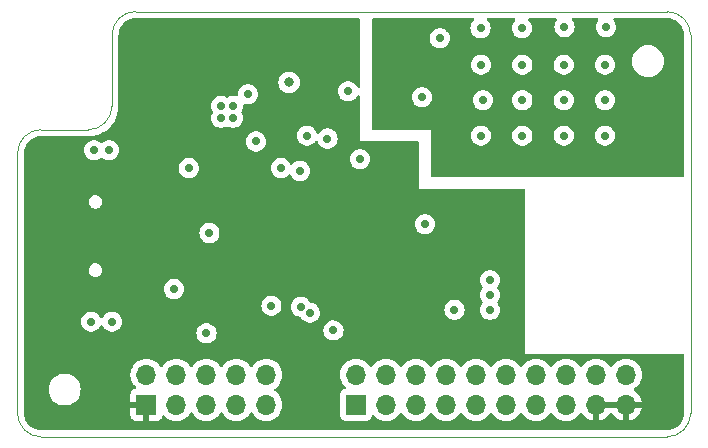
<source format=gbr>
%TF.GenerationSoftware,KiCad,Pcbnew,7.0.9*%
%TF.CreationDate,2024-02-03T21:53:43-08:00*%
%TF.ProjectId,Phorae_v1.0,50686f72-6165-45f7-9631-2e302e6b6963,rev?*%
%TF.SameCoordinates,Original*%
%TF.FileFunction,Copper,L2,Inr*%
%TF.FilePolarity,Positive*%
%FSLAX46Y46*%
G04 Gerber Fmt 4.6, Leading zero omitted, Abs format (unit mm)*
G04 Created by KiCad (PCBNEW 7.0.9) date 2024-02-03 21:53:43*
%MOMM*%
%LPD*%
G01*
G04 APERTURE LIST*
%TA.AperFunction,NonConductor*%
%ADD10C,0.100000*%
%TD*%
%TA.AperFunction,ComponentPad*%
%ADD11R,1.700000X1.700000*%
%TD*%
%TA.AperFunction,ComponentPad*%
%ADD12O,1.700000X1.700000*%
%TD*%
%TA.AperFunction,ViaPad*%
%ADD13C,0.700000*%
%TD*%
%TA.AperFunction,ViaPad*%
%ADD14C,0.800000*%
%TD*%
G04 APERTURE END LIST*
D10*
X48000000Y-69000000D02*
X48000000Y-75000000D01*
X95000000Y-67000000D02*
X50000000Y-67000000D01*
X40000000Y-101000000D02*
G75*
G03*
X42000000Y-103000000I2000000J0D01*
G01*
X46000000Y-77000000D02*
X42000000Y-77000000D01*
X42000000Y-103000000D02*
X95000000Y-103000000D01*
X42000000Y-77000000D02*
G75*
G03*
X40000000Y-79000000I0J-2000000D01*
G01*
X97000000Y-69000000D02*
G75*
G03*
X95000000Y-67000000I-2000000J0D01*
G01*
X50000000Y-67000000D02*
G75*
G03*
X48000000Y-69000000I0J-2000000D01*
G01*
X40000000Y-79000000D02*
X40000000Y-101000000D01*
X95000000Y-103000000D02*
G75*
G03*
X97000000Y-101000000I0J2000000D01*
G01*
X46000000Y-77000000D02*
G75*
G03*
X48000000Y-75000000I0J2000000D01*
G01*
X97000000Y-101000000D02*
X97000000Y-69000000D01*
D11*
%TO.N,MOSI*%
%TO.C,J4*%
X68670000Y-100290000D03*
D12*
%TO.N,Net-(J4-Pin_2)*%
X68670000Y-97750000D03*
%TO.N,MISO*%
X71210000Y-100290000D03*
%TO.N,Net-(J4-Pin_4)*%
X71210000Y-97750000D03*
%TO.N,SCK*%
X73750000Y-100290000D03*
%TO.N,Net-(J4-Pin_6)*%
X73750000Y-97750000D03*
%TO.N,unconnected-(J4-Pin_7-Pad7)*%
X76290000Y-100290000D03*
%TO.N,Net-(J4-Pin_8)*%
X76290000Y-97750000D03*
%TO.N,PROG*%
X78830000Y-100290000D03*
%TO.N,Net-(J4-Pin_10)*%
X78830000Y-97750000D03*
%TO.N,unconnected-(J4-Pin_11-Pad11)*%
X81370000Y-100290000D03*
%TO.N,Net-(J4-Pin_12)*%
X81370000Y-97750000D03*
%TO.N,+BATT*%
X83910000Y-100290000D03*
%TO.N,VBUS*%
X83910000Y-97750000D03*
%TO.N,+BATT*%
X86450000Y-100290000D03*
%TO.N,VBUS*%
X86450000Y-97750000D03*
%TO.N,+3.3V*%
X88990000Y-100290000D03*
%TO.N,GND*%
X88990000Y-97750000D03*
%TO.N,+3.3V*%
X91530000Y-100290000D03*
%TO.N,GND*%
X91530000Y-97750000D03*
%TD*%
D11*
%TO.N,+3.3V*%
%TO.C,J3*%
X50920000Y-100290000D03*
D12*
%TO.N,Net-(J3-Pin_2)*%
X50920000Y-97750000D03*
%TO.N,GND*%
X53460000Y-100290000D03*
%TO.N,Net-(J3-Pin_4)*%
X53460000Y-97750000D03*
%TO.N,GND*%
X56000000Y-100290000D03*
%TO.N,unconnected-(J3-Pin_6-Pad6)*%
X56000000Y-97750000D03*
%TO.N,unconnected-(J3-Pin_7-Pad7)*%
X58540000Y-100290000D03*
%TO.N,unconnected-(J3-Pin_8-Pad8)*%
X58540000Y-97750000D03*
%TO.N,GND*%
X61080000Y-100290000D03*
%TO.N,Net-(J3-Pin_10)*%
X61080000Y-97750000D03*
%TD*%
D13*
%TO.N,VCC*%
X74750000Y-75750000D03*
X83750000Y-80500000D03*
X84309500Y-74500000D03*
X84309500Y-77650500D03*
X80809500Y-71250000D03*
D14*
X75500000Y-72500000D03*
D13*
X77250000Y-71250000D03*
D14*
X74000000Y-71250000D03*
D13*
X77653721Y-80596279D03*
X87250000Y-80500000D03*
X88000000Y-77500000D03*
X80985378Y-74485378D03*
X87909500Y-74500000D03*
X80500000Y-80500000D03*
X84500000Y-71250000D03*
D14*
X74000000Y-72500000D03*
D13*
X88000000Y-71250000D03*
X77250000Y-74500000D03*
D14*
X75500000Y-71250000D03*
D13*
X80809500Y-77500000D03*
X77250000Y-77500000D03*
%TO.N,LED_D*%
X75750000Y-69250000D03*
X56250000Y-85750000D03*
%TO.N,GND*%
X79410500Y-74500000D03*
X79250000Y-77500000D03*
X47750000Y-78750000D03*
X57250000Y-75000000D03*
X74250000Y-74250000D03*
X82750000Y-71500000D03*
X86250000Y-77500000D03*
X89750000Y-77500000D03*
X79210000Y-68400000D03*
X86250000Y-71500000D03*
D14*
X63000000Y-73000000D03*
D13*
X89750000Y-71500000D03*
X66250000Y-77750000D03*
X61500000Y-91900000D03*
X53250000Y-90500000D03*
X69000000Y-79500000D03*
X46500000Y-78750000D03*
X89750000Y-74500000D03*
X54500000Y-80250000D03*
X58250000Y-75000000D03*
X57250000Y-76000000D03*
X79250000Y-71500000D03*
X46250000Y-93250000D03*
X63900000Y-80500000D03*
X74500000Y-85000000D03*
X66750000Y-94000000D03*
X59500000Y-74000000D03*
X89810000Y-68300000D03*
X48000000Y-93250000D03*
X82750000Y-74500000D03*
X86250000Y-74500000D03*
X86310000Y-68300000D03*
X82750000Y-77500000D03*
X58250000Y-76000000D03*
X82710000Y-68400000D03*
%TO.N,VBUS*%
X60187500Y-78000000D03*
%TO.N,+3.3V*%
X72250000Y-82000000D03*
X63400000Y-95250000D03*
X76000000Y-82750000D03*
%TO.N,Net-(J3-Pin_2)*%
X64750000Y-92500000D03*
%TO.N,Net-(J3-Pin_4)*%
X56000000Y-94250000D03*
X64000000Y-92000000D03*
%TO.N,MOSI*%
X80000000Y-91000000D03*
%TO.N,MISO*%
X77000000Y-92250000D03*
X62300000Y-80250000D03*
X80000000Y-92250000D03*
%TO.N,SCK*%
X80000000Y-89750000D03*
%TO.N,PROG*%
X64500000Y-77500000D03*
%TO.N,+BATT*%
X68000000Y-73750000D03*
%TD*%
%TA.AperFunction,Conductor*%
%TO.N,+3.3V*%
G36*
X91070507Y-100080156D02*
G01*
X91030000Y-100218111D01*
X91030000Y-100361889D01*
X91070507Y-100499844D01*
X91096314Y-100540000D01*
X89423686Y-100540000D01*
X89449493Y-100499844D01*
X89490000Y-100361889D01*
X89490000Y-100218111D01*
X89449493Y-100080156D01*
X89423686Y-100040000D01*
X91096314Y-100040000D01*
X91070507Y-100080156D01*
G37*
%TD.AperFunction*%
%TA.AperFunction,Conductor*%
G36*
X68943039Y-67570185D02*
G01*
X68988794Y-67622989D01*
X69000000Y-67674500D01*
X69000000Y-73318277D01*
X68980315Y-73385316D01*
X68927511Y-73431071D01*
X68858353Y-73441015D01*
X68794797Y-73411990D01*
X68768613Y-73380277D01*
X68759489Y-73364474D01*
X68691859Y-73247335D01*
X68637236Y-73186670D01*
X68572235Y-73114478D01*
X68572232Y-73114476D01*
X68572231Y-73114475D01*
X68572230Y-73114474D01*
X68427593Y-73009388D01*
X68264267Y-72936671D01*
X68264265Y-72936670D01*
X68136594Y-72909533D01*
X68089391Y-72899500D01*
X67910609Y-72899500D01*
X67879954Y-72906015D01*
X67735733Y-72936670D01*
X67735728Y-72936672D01*
X67572408Y-73009387D01*
X67427768Y-73114475D01*
X67308140Y-73247336D01*
X67218750Y-73402164D01*
X67218747Y-73402170D01*
X67163504Y-73572192D01*
X67163503Y-73572194D01*
X67144815Y-73750000D01*
X67163503Y-73927805D01*
X67163504Y-73927807D01*
X67218747Y-74097829D01*
X67218750Y-74097835D01*
X67308141Y-74252665D01*
X67335024Y-74282521D01*
X67427764Y-74385521D01*
X67427767Y-74385523D01*
X67427770Y-74385526D01*
X67572407Y-74490612D01*
X67735733Y-74563329D01*
X67910609Y-74600500D01*
X67910610Y-74600500D01*
X68089389Y-74600500D01*
X68089391Y-74600500D01*
X68264267Y-74563329D01*
X68427593Y-74490612D01*
X68572230Y-74385526D01*
X68591185Y-74364475D01*
X68638438Y-74311995D01*
X68691859Y-74252665D01*
X68768613Y-74119723D01*
X68819179Y-74071507D01*
X68887786Y-74058283D01*
X68952651Y-74084251D01*
X68993180Y-74141165D01*
X69000000Y-74181722D01*
X69000000Y-78000000D01*
X73876000Y-78000000D01*
X73943039Y-78019685D01*
X73988794Y-78072489D01*
X74000000Y-78124000D01*
X74000000Y-82000000D01*
X82876000Y-82000000D01*
X82943039Y-82019685D01*
X82988794Y-82072489D01*
X83000000Y-82124000D01*
X83000000Y-96000000D01*
X96325500Y-96000000D01*
X96392539Y-96019685D01*
X96438294Y-96072489D01*
X96449500Y-96124000D01*
X96449500Y-100997559D01*
X96449309Y-101002426D01*
X96432419Y-101217024D01*
X96429375Y-101236242D01*
X96380834Y-101438430D01*
X96374821Y-101456936D01*
X96295247Y-101649044D01*
X96286413Y-101666381D01*
X96177769Y-101843672D01*
X96166332Y-101859414D01*
X96031288Y-102017530D01*
X96017530Y-102031288D01*
X95859414Y-102166332D01*
X95843672Y-102177769D01*
X95666381Y-102286413D01*
X95649044Y-102295247D01*
X95456936Y-102374821D01*
X95438430Y-102380834D01*
X95236242Y-102429375D01*
X95217024Y-102432419D01*
X95002427Y-102449309D01*
X94997560Y-102449500D01*
X42002440Y-102449500D01*
X41997573Y-102449309D01*
X41782975Y-102432419D01*
X41763757Y-102429375D01*
X41561569Y-102380834D01*
X41543063Y-102374821D01*
X41350955Y-102295247D01*
X41333618Y-102286413D01*
X41156327Y-102177769D01*
X41140585Y-102166332D01*
X40982469Y-102031288D01*
X40968711Y-102017530D01*
X40833667Y-101859414D01*
X40822230Y-101843672D01*
X40713586Y-101666381D01*
X40704752Y-101649044D01*
X40669485Y-101563903D01*
X40625176Y-101456930D01*
X40619167Y-101438437D01*
X40570623Y-101236237D01*
X40567580Y-101217024D01*
X40566757Y-101206569D01*
X40550691Y-101002425D01*
X40550500Y-100997559D01*
X40550500Y-99000000D01*
X42644341Y-99000000D01*
X42664936Y-99235403D01*
X42664938Y-99235413D01*
X42726094Y-99463655D01*
X42726096Y-99463659D01*
X42726097Y-99463663D01*
X42776031Y-99570746D01*
X42825964Y-99677828D01*
X42825965Y-99677830D01*
X42961505Y-99871402D01*
X43128597Y-100038494D01*
X43322169Y-100174034D01*
X43322171Y-100174035D01*
X43536337Y-100273903D01*
X43764592Y-100335063D01*
X43941034Y-100350500D01*
X44058966Y-100350500D01*
X44235408Y-100335063D01*
X44463663Y-100273903D01*
X44677829Y-100174035D01*
X44871401Y-100038495D01*
X45038495Y-99871401D01*
X45174035Y-99677830D01*
X45273903Y-99463663D01*
X45335063Y-99235408D01*
X45355659Y-99000000D01*
X45335063Y-98764592D01*
X45273903Y-98536337D01*
X45174035Y-98322171D01*
X45174034Y-98322169D01*
X45038494Y-98128597D01*
X44871402Y-97961505D01*
X44677830Y-97825965D01*
X44677828Y-97825964D01*
X44570746Y-97776031D01*
X44514923Y-97750000D01*
X49564341Y-97750000D01*
X49584936Y-97985403D01*
X49584938Y-97985413D01*
X49646094Y-98213655D01*
X49646096Y-98213659D01*
X49646097Y-98213663D01*
X49726004Y-98385023D01*
X49745965Y-98427830D01*
X49745967Y-98427834D01*
X49821941Y-98536335D01*
X49881501Y-98621396D01*
X49881506Y-98621402D01*
X50003818Y-98743714D01*
X50037303Y-98805037D01*
X50032319Y-98874729D01*
X49990447Y-98930662D01*
X49959471Y-98947577D01*
X49827912Y-98996646D01*
X49827906Y-98996649D01*
X49712812Y-99082809D01*
X49712809Y-99082812D01*
X49626649Y-99197906D01*
X49626645Y-99197913D01*
X49576403Y-99332620D01*
X49576401Y-99332627D01*
X49570000Y-99392155D01*
X49570000Y-100040000D01*
X50486314Y-100040000D01*
X50460507Y-100080156D01*
X50420000Y-100218111D01*
X50420000Y-100361889D01*
X50460507Y-100499844D01*
X50486314Y-100540000D01*
X49570000Y-100540000D01*
X49570000Y-101187844D01*
X49576401Y-101247372D01*
X49576403Y-101247379D01*
X49626645Y-101382086D01*
X49626649Y-101382093D01*
X49712809Y-101497187D01*
X49712812Y-101497190D01*
X49827906Y-101583350D01*
X49827913Y-101583354D01*
X49962620Y-101633596D01*
X49962627Y-101633598D01*
X50022155Y-101639999D01*
X50022172Y-101640000D01*
X50670000Y-101640000D01*
X50670000Y-100725501D01*
X50777685Y-100774680D01*
X50884237Y-100790000D01*
X50955763Y-100790000D01*
X51062315Y-100774680D01*
X51170000Y-100725501D01*
X51170000Y-101640000D01*
X51817828Y-101640000D01*
X51817844Y-101639999D01*
X51877372Y-101633598D01*
X51877379Y-101633596D01*
X52012086Y-101583354D01*
X52012093Y-101583350D01*
X52127187Y-101497190D01*
X52127190Y-101497187D01*
X52213350Y-101382093D01*
X52213354Y-101382086D01*
X52262422Y-101250529D01*
X52304293Y-101194595D01*
X52369757Y-101170178D01*
X52438030Y-101185030D01*
X52466285Y-101206181D01*
X52588599Y-101328495D01*
X52685384Y-101396265D01*
X52782165Y-101464032D01*
X52782167Y-101464033D01*
X52782170Y-101464035D01*
X52996337Y-101563903D01*
X53224592Y-101625063D01*
X53401034Y-101640500D01*
X53459999Y-101645659D01*
X53460000Y-101645659D01*
X53460001Y-101645659D01*
X53518966Y-101640500D01*
X53695408Y-101625063D01*
X53923663Y-101563903D01*
X54137830Y-101464035D01*
X54331401Y-101328495D01*
X54498495Y-101161401D01*
X54628425Y-100975842D01*
X54683002Y-100932217D01*
X54752500Y-100925023D01*
X54814855Y-100956546D01*
X54831575Y-100975842D01*
X54961500Y-101161395D01*
X54961505Y-101161401D01*
X55128599Y-101328495D01*
X55225384Y-101396265D01*
X55322165Y-101464032D01*
X55322167Y-101464033D01*
X55322170Y-101464035D01*
X55536337Y-101563903D01*
X55764592Y-101625063D01*
X55941034Y-101640500D01*
X55999999Y-101645659D01*
X56000000Y-101645659D01*
X56000001Y-101645659D01*
X56058966Y-101640500D01*
X56235408Y-101625063D01*
X56463663Y-101563903D01*
X56677830Y-101464035D01*
X56871401Y-101328495D01*
X57038495Y-101161401D01*
X57168425Y-100975842D01*
X57223002Y-100932217D01*
X57292500Y-100925023D01*
X57354855Y-100956546D01*
X57371575Y-100975842D01*
X57501500Y-101161395D01*
X57501505Y-101161401D01*
X57668599Y-101328495D01*
X57765384Y-101396265D01*
X57862165Y-101464032D01*
X57862167Y-101464033D01*
X57862170Y-101464035D01*
X58076337Y-101563903D01*
X58304592Y-101625063D01*
X58481034Y-101640500D01*
X58539999Y-101645659D01*
X58540000Y-101645659D01*
X58540001Y-101645659D01*
X58598966Y-101640500D01*
X58775408Y-101625063D01*
X59003663Y-101563903D01*
X59217830Y-101464035D01*
X59411401Y-101328495D01*
X59578495Y-101161401D01*
X59708425Y-100975842D01*
X59763002Y-100932217D01*
X59832500Y-100925023D01*
X59894855Y-100956546D01*
X59911575Y-100975842D01*
X60041500Y-101161395D01*
X60041505Y-101161401D01*
X60208599Y-101328495D01*
X60305384Y-101396265D01*
X60402165Y-101464032D01*
X60402167Y-101464033D01*
X60402170Y-101464035D01*
X60616337Y-101563903D01*
X60844592Y-101625063D01*
X61021034Y-101640500D01*
X61079999Y-101645659D01*
X61080000Y-101645659D01*
X61080001Y-101645659D01*
X61138966Y-101640500D01*
X61315408Y-101625063D01*
X61543663Y-101563903D01*
X61757830Y-101464035D01*
X61951401Y-101328495D01*
X62118495Y-101161401D01*
X62254035Y-100967830D01*
X62353903Y-100753663D01*
X62415063Y-100525408D01*
X62435659Y-100290000D01*
X62434250Y-100273901D01*
X62418770Y-100096961D01*
X62415063Y-100054592D01*
X62353903Y-99826337D01*
X62254035Y-99612171D01*
X62248731Y-99604595D01*
X62118494Y-99418597D01*
X61951402Y-99251506D01*
X61951396Y-99251501D01*
X61765842Y-99121575D01*
X61722217Y-99066998D01*
X61715023Y-98997500D01*
X61746546Y-98935145D01*
X61765842Y-98918425D01*
X61878054Y-98839853D01*
X61951401Y-98788495D01*
X62118495Y-98621401D01*
X62254035Y-98427830D01*
X62353903Y-98213663D01*
X62415063Y-97985408D01*
X62435659Y-97750000D01*
X67314341Y-97750000D01*
X67334936Y-97985403D01*
X67334938Y-97985413D01*
X67396094Y-98213655D01*
X67396096Y-98213659D01*
X67396097Y-98213663D01*
X67476004Y-98385023D01*
X67495965Y-98427830D01*
X67495967Y-98427834D01*
X67571941Y-98536335D01*
X67631501Y-98621396D01*
X67631506Y-98621402D01*
X67753430Y-98743326D01*
X67786915Y-98804649D01*
X67781931Y-98874341D01*
X67740059Y-98930274D01*
X67709083Y-98947189D01*
X67577669Y-98996203D01*
X67577664Y-98996206D01*
X67462455Y-99082452D01*
X67462452Y-99082455D01*
X67376206Y-99197664D01*
X67376202Y-99197671D01*
X67325908Y-99332517D01*
X67319501Y-99392116D01*
X67319500Y-99392135D01*
X67319500Y-101187870D01*
X67319501Y-101187876D01*
X67325908Y-101247483D01*
X67376202Y-101382328D01*
X67376206Y-101382335D01*
X67462452Y-101497544D01*
X67462455Y-101497547D01*
X67577664Y-101583793D01*
X67577671Y-101583797D01*
X67712517Y-101634091D01*
X67712516Y-101634091D01*
X67719444Y-101634835D01*
X67772127Y-101640500D01*
X69567872Y-101640499D01*
X69627483Y-101634091D01*
X69762331Y-101583796D01*
X69877546Y-101497546D01*
X69963796Y-101382331D01*
X70012810Y-101250916D01*
X70054681Y-101194984D01*
X70120145Y-101170566D01*
X70188418Y-101185417D01*
X70216673Y-101206569D01*
X70338599Y-101328495D01*
X70435384Y-101396265D01*
X70532165Y-101464032D01*
X70532167Y-101464033D01*
X70532170Y-101464035D01*
X70746337Y-101563903D01*
X70974592Y-101625063D01*
X71151034Y-101640500D01*
X71209999Y-101645659D01*
X71210000Y-101645659D01*
X71210001Y-101645659D01*
X71268966Y-101640500D01*
X71445408Y-101625063D01*
X71673663Y-101563903D01*
X71887830Y-101464035D01*
X72081401Y-101328495D01*
X72248495Y-101161401D01*
X72378425Y-100975842D01*
X72433002Y-100932217D01*
X72502500Y-100925023D01*
X72564855Y-100956546D01*
X72581575Y-100975842D01*
X72711500Y-101161395D01*
X72711505Y-101161401D01*
X72878599Y-101328495D01*
X72975384Y-101396265D01*
X73072165Y-101464032D01*
X73072167Y-101464033D01*
X73072170Y-101464035D01*
X73286337Y-101563903D01*
X73514592Y-101625063D01*
X73691034Y-101640500D01*
X73749999Y-101645659D01*
X73750000Y-101645659D01*
X73750001Y-101645659D01*
X73808966Y-101640500D01*
X73985408Y-101625063D01*
X74213663Y-101563903D01*
X74427830Y-101464035D01*
X74621401Y-101328495D01*
X74788495Y-101161401D01*
X74918425Y-100975842D01*
X74973002Y-100932217D01*
X75042500Y-100925023D01*
X75104855Y-100956546D01*
X75121575Y-100975842D01*
X75251500Y-101161395D01*
X75251505Y-101161401D01*
X75418599Y-101328495D01*
X75515384Y-101396265D01*
X75612165Y-101464032D01*
X75612167Y-101464033D01*
X75612170Y-101464035D01*
X75826337Y-101563903D01*
X76054592Y-101625063D01*
X76231034Y-101640500D01*
X76289999Y-101645659D01*
X76290000Y-101645659D01*
X76290001Y-101645659D01*
X76348966Y-101640500D01*
X76525408Y-101625063D01*
X76753663Y-101563903D01*
X76967830Y-101464035D01*
X77161401Y-101328495D01*
X77328495Y-101161401D01*
X77458425Y-100975842D01*
X77513002Y-100932217D01*
X77582500Y-100925023D01*
X77644855Y-100956546D01*
X77661575Y-100975842D01*
X77791500Y-101161395D01*
X77791505Y-101161401D01*
X77958599Y-101328495D01*
X78055384Y-101396265D01*
X78152165Y-101464032D01*
X78152167Y-101464033D01*
X78152170Y-101464035D01*
X78366337Y-101563903D01*
X78594592Y-101625063D01*
X78771034Y-101640500D01*
X78829999Y-101645659D01*
X78830000Y-101645659D01*
X78830001Y-101645659D01*
X78888966Y-101640500D01*
X79065408Y-101625063D01*
X79293663Y-101563903D01*
X79507830Y-101464035D01*
X79701401Y-101328495D01*
X79868495Y-101161401D01*
X79998425Y-100975842D01*
X80053002Y-100932217D01*
X80122500Y-100925023D01*
X80184855Y-100956546D01*
X80201575Y-100975842D01*
X80331500Y-101161395D01*
X80331505Y-101161401D01*
X80498599Y-101328495D01*
X80595384Y-101396265D01*
X80692165Y-101464032D01*
X80692167Y-101464033D01*
X80692170Y-101464035D01*
X80906337Y-101563903D01*
X81134592Y-101625063D01*
X81311034Y-101640500D01*
X81369999Y-101645659D01*
X81370000Y-101645659D01*
X81370001Y-101645659D01*
X81428966Y-101640500D01*
X81605408Y-101625063D01*
X81833663Y-101563903D01*
X82047830Y-101464035D01*
X82241401Y-101328495D01*
X82408495Y-101161401D01*
X82538425Y-100975842D01*
X82593002Y-100932217D01*
X82662500Y-100925023D01*
X82724855Y-100956546D01*
X82741575Y-100975842D01*
X82871500Y-101161395D01*
X82871505Y-101161401D01*
X83038599Y-101328495D01*
X83135384Y-101396265D01*
X83232165Y-101464032D01*
X83232167Y-101464033D01*
X83232170Y-101464035D01*
X83446337Y-101563903D01*
X83674592Y-101625063D01*
X83851034Y-101640500D01*
X83909999Y-101645659D01*
X83910000Y-101645659D01*
X83910001Y-101645659D01*
X83968966Y-101640500D01*
X84145408Y-101625063D01*
X84373663Y-101563903D01*
X84587830Y-101464035D01*
X84781401Y-101328495D01*
X84948495Y-101161401D01*
X85078425Y-100975842D01*
X85133002Y-100932217D01*
X85202500Y-100925023D01*
X85264855Y-100956546D01*
X85281575Y-100975842D01*
X85411500Y-101161395D01*
X85411505Y-101161401D01*
X85578599Y-101328495D01*
X85675384Y-101396265D01*
X85772165Y-101464032D01*
X85772167Y-101464033D01*
X85772170Y-101464035D01*
X85986337Y-101563903D01*
X86214592Y-101625063D01*
X86391034Y-101640500D01*
X86449999Y-101645659D01*
X86450000Y-101645659D01*
X86450001Y-101645659D01*
X86508966Y-101640500D01*
X86685408Y-101625063D01*
X86913663Y-101563903D01*
X87127830Y-101464035D01*
X87321401Y-101328495D01*
X87488495Y-101161401D01*
X87618730Y-100975405D01*
X87673307Y-100931781D01*
X87742805Y-100924587D01*
X87805160Y-100956110D01*
X87821879Y-100975405D01*
X87951890Y-101161078D01*
X88118917Y-101328105D01*
X88312421Y-101463600D01*
X88526507Y-101563429D01*
X88526516Y-101563433D01*
X88740000Y-101620634D01*
X88740000Y-100725501D01*
X88847685Y-100774680D01*
X88954237Y-100790000D01*
X89025763Y-100790000D01*
X89132315Y-100774680D01*
X89240000Y-100725501D01*
X89240000Y-101620633D01*
X89453483Y-101563433D01*
X89453492Y-101563429D01*
X89667578Y-101463600D01*
X89861082Y-101328105D01*
X90028105Y-101161082D01*
X90158425Y-100974968D01*
X90213002Y-100931344D01*
X90282501Y-100924151D01*
X90344855Y-100955673D01*
X90361575Y-100974968D01*
X90491894Y-101161082D01*
X90658917Y-101328105D01*
X90852421Y-101463600D01*
X91066507Y-101563429D01*
X91066516Y-101563433D01*
X91280000Y-101620634D01*
X91280000Y-100725501D01*
X91387685Y-100774680D01*
X91494237Y-100790000D01*
X91565763Y-100790000D01*
X91672315Y-100774680D01*
X91780000Y-100725501D01*
X91780000Y-101620633D01*
X91993483Y-101563433D01*
X91993492Y-101563429D01*
X92207578Y-101463600D01*
X92401082Y-101328105D01*
X92568105Y-101161082D01*
X92703600Y-100967578D01*
X92803429Y-100753492D01*
X92803432Y-100753486D01*
X92860636Y-100540000D01*
X91963686Y-100540000D01*
X91989493Y-100499844D01*
X92030000Y-100361889D01*
X92030000Y-100218111D01*
X91989493Y-100080156D01*
X91963686Y-100040000D01*
X92860636Y-100040000D01*
X92860635Y-100039999D01*
X92803432Y-99826513D01*
X92803429Y-99826507D01*
X92703600Y-99612422D01*
X92703599Y-99612420D01*
X92568113Y-99418926D01*
X92568108Y-99418920D01*
X92401078Y-99251890D01*
X92215405Y-99121879D01*
X92171780Y-99067302D01*
X92164588Y-98997804D01*
X92196110Y-98935449D01*
X92215406Y-98918730D01*
X92234008Y-98905705D01*
X92401401Y-98788495D01*
X92568495Y-98621401D01*
X92704035Y-98427830D01*
X92803903Y-98213663D01*
X92865063Y-97985408D01*
X92885659Y-97750000D01*
X92865063Y-97514592D01*
X92803903Y-97286337D01*
X92704035Y-97072171D01*
X92698425Y-97064158D01*
X92568494Y-96878597D01*
X92401402Y-96711506D01*
X92401395Y-96711501D01*
X92207834Y-96575967D01*
X92207830Y-96575965D01*
X92207828Y-96575964D01*
X91993663Y-96476097D01*
X91993659Y-96476096D01*
X91993655Y-96476094D01*
X91765413Y-96414938D01*
X91765403Y-96414936D01*
X91530001Y-96394341D01*
X91529999Y-96394341D01*
X91294596Y-96414936D01*
X91294586Y-96414938D01*
X91066344Y-96476094D01*
X91066335Y-96476098D01*
X90852171Y-96575964D01*
X90852169Y-96575965D01*
X90658597Y-96711505D01*
X90491505Y-96878597D01*
X90361575Y-97064158D01*
X90306998Y-97107783D01*
X90237500Y-97114977D01*
X90175145Y-97083454D01*
X90158425Y-97064158D01*
X90028494Y-96878597D01*
X89861402Y-96711506D01*
X89861395Y-96711501D01*
X89667834Y-96575967D01*
X89667830Y-96575965D01*
X89667828Y-96575964D01*
X89453663Y-96476097D01*
X89453659Y-96476096D01*
X89453655Y-96476094D01*
X89225413Y-96414938D01*
X89225403Y-96414936D01*
X88990001Y-96394341D01*
X88989999Y-96394341D01*
X88754596Y-96414936D01*
X88754586Y-96414938D01*
X88526344Y-96476094D01*
X88526335Y-96476098D01*
X88312171Y-96575964D01*
X88312169Y-96575965D01*
X88118597Y-96711505D01*
X87951505Y-96878597D01*
X87821575Y-97064158D01*
X87766998Y-97107783D01*
X87697500Y-97114977D01*
X87635145Y-97083454D01*
X87618425Y-97064158D01*
X87488494Y-96878597D01*
X87321402Y-96711506D01*
X87321395Y-96711501D01*
X87127834Y-96575967D01*
X87127830Y-96575965D01*
X87127828Y-96575964D01*
X86913663Y-96476097D01*
X86913659Y-96476096D01*
X86913655Y-96476094D01*
X86685413Y-96414938D01*
X86685403Y-96414936D01*
X86450001Y-96394341D01*
X86449999Y-96394341D01*
X86214596Y-96414936D01*
X86214586Y-96414938D01*
X85986344Y-96476094D01*
X85986335Y-96476098D01*
X85772171Y-96575964D01*
X85772169Y-96575965D01*
X85578597Y-96711505D01*
X85411505Y-96878597D01*
X85281575Y-97064158D01*
X85226998Y-97107783D01*
X85157500Y-97114977D01*
X85095145Y-97083454D01*
X85078425Y-97064158D01*
X84948494Y-96878597D01*
X84781402Y-96711506D01*
X84781395Y-96711501D01*
X84587834Y-96575967D01*
X84587830Y-96575965D01*
X84587828Y-96575964D01*
X84373663Y-96476097D01*
X84373659Y-96476096D01*
X84373655Y-96476094D01*
X84145413Y-96414938D01*
X84145403Y-96414936D01*
X83910001Y-96394341D01*
X83909999Y-96394341D01*
X83674596Y-96414936D01*
X83674586Y-96414938D01*
X83446344Y-96476094D01*
X83446335Y-96476098D01*
X83232171Y-96575964D01*
X83232169Y-96575965D01*
X83038597Y-96711505D01*
X82871505Y-96878597D01*
X82741575Y-97064158D01*
X82686998Y-97107783D01*
X82617500Y-97114977D01*
X82555145Y-97083454D01*
X82538425Y-97064158D01*
X82408494Y-96878597D01*
X82241402Y-96711506D01*
X82241395Y-96711501D01*
X82047834Y-96575967D01*
X82047830Y-96575965D01*
X82047828Y-96575964D01*
X81833663Y-96476097D01*
X81833659Y-96476096D01*
X81833655Y-96476094D01*
X81605413Y-96414938D01*
X81605403Y-96414936D01*
X81370001Y-96394341D01*
X81369999Y-96394341D01*
X81134596Y-96414936D01*
X81134586Y-96414938D01*
X80906344Y-96476094D01*
X80906335Y-96476098D01*
X80692171Y-96575964D01*
X80692169Y-96575965D01*
X80498597Y-96711505D01*
X80331505Y-96878597D01*
X80201575Y-97064158D01*
X80146998Y-97107783D01*
X80077500Y-97114977D01*
X80015145Y-97083454D01*
X79998425Y-97064158D01*
X79868494Y-96878597D01*
X79701402Y-96711506D01*
X79701395Y-96711501D01*
X79507834Y-96575967D01*
X79507830Y-96575965D01*
X79507828Y-96575964D01*
X79293663Y-96476097D01*
X79293659Y-96476096D01*
X79293655Y-96476094D01*
X79065413Y-96414938D01*
X79065403Y-96414936D01*
X78830001Y-96394341D01*
X78829999Y-96394341D01*
X78594596Y-96414936D01*
X78594586Y-96414938D01*
X78366344Y-96476094D01*
X78366335Y-96476098D01*
X78152171Y-96575964D01*
X78152169Y-96575965D01*
X77958597Y-96711505D01*
X77791505Y-96878597D01*
X77661575Y-97064158D01*
X77606998Y-97107783D01*
X77537500Y-97114977D01*
X77475145Y-97083454D01*
X77458425Y-97064158D01*
X77328494Y-96878597D01*
X77161402Y-96711506D01*
X77161395Y-96711501D01*
X76967834Y-96575967D01*
X76967830Y-96575965D01*
X76967828Y-96575964D01*
X76753663Y-96476097D01*
X76753659Y-96476096D01*
X76753655Y-96476094D01*
X76525413Y-96414938D01*
X76525403Y-96414936D01*
X76290001Y-96394341D01*
X76289999Y-96394341D01*
X76054596Y-96414936D01*
X76054586Y-96414938D01*
X75826344Y-96476094D01*
X75826335Y-96476098D01*
X75612171Y-96575964D01*
X75612169Y-96575965D01*
X75418597Y-96711505D01*
X75251505Y-96878597D01*
X75121575Y-97064158D01*
X75066998Y-97107783D01*
X74997500Y-97114977D01*
X74935145Y-97083454D01*
X74918425Y-97064158D01*
X74788494Y-96878597D01*
X74621402Y-96711506D01*
X74621395Y-96711501D01*
X74427834Y-96575967D01*
X74427830Y-96575965D01*
X74427828Y-96575964D01*
X74213663Y-96476097D01*
X74213659Y-96476096D01*
X74213655Y-96476094D01*
X73985413Y-96414938D01*
X73985403Y-96414936D01*
X73750001Y-96394341D01*
X73749999Y-96394341D01*
X73514596Y-96414936D01*
X73514586Y-96414938D01*
X73286344Y-96476094D01*
X73286335Y-96476098D01*
X73072171Y-96575964D01*
X73072169Y-96575965D01*
X72878597Y-96711505D01*
X72711505Y-96878597D01*
X72581575Y-97064158D01*
X72526998Y-97107783D01*
X72457500Y-97114977D01*
X72395145Y-97083454D01*
X72378425Y-97064158D01*
X72248494Y-96878597D01*
X72081402Y-96711506D01*
X72081395Y-96711501D01*
X71887834Y-96575967D01*
X71887830Y-96575965D01*
X71887828Y-96575964D01*
X71673663Y-96476097D01*
X71673659Y-96476096D01*
X71673655Y-96476094D01*
X71445413Y-96414938D01*
X71445403Y-96414936D01*
X71210001Y-96394341D01*
X71209999Y-96394341D01*
X70974596Y-96414936D01*
X70974586Y-96414938D01*
X70746344Y-96476094D01*
X70746335Y-96476098D01*
X70532171Y-96575964D01*
X70532169Y-96575965D01*
X70338597Y-96711505D01*
X70171505Y-96878597D01*
X70041575Y-97064158D01*
X69986998Y-97107783D01*
X69917500Y-97114977D01*
X69855145Y-97083454D01*
X69838425Y-97064158D01*
X69708494Y-96878597D01*
X69541402Y-96711506D01*
X69541395Y-96711501D01*
X69347834Y-96575967D01*
X69347830Y-96575965D01*
X69347828Y-96575964D01*
X69133663Y-96476097D01*
X69133659Y-96476096D01*
X69133655Y-96476094D01*
X68905413Y-96414938D01*
X68905403Y-96414936D01*
X68670001Y-96394341D01*
X68669999Y-96394341D01*
X68434596Y-96414936D01*
X68434586Y-96414938D01*
X68206344Y-96476094D01*
X68206335Y-96476098D01*
X67992171Y-96575964D01*
X67992169Y-96575965D01*
X67798597Y-96711505D01*
X67631505Y-96878597D01*
X67495965Y-97072169D01*
X67495964Y-97072171D01*
X67396098Y-97286335D01*
X67396094Y-97286344D01*
X67334938Y-97514586D01*
X67334936Y-97514596D01*
X67314341Y-97749999D01*
X67314341Y-97750000D01*
X62435659Y-97750000D01*
X62415063Y-97514592D01*
X62353903Y-97286337D01*
X62254035Y-97072171D01*
X62248425Y-97064158D01*
X62118494Y-96878597D01*
X61951402Y-96711506D01*
X61951395Y-96711501D01*
X61757834Y-96575967D01*
X61757830Y-96575965D01*
X61757828Y-96575964D01*
X61543663Y-96476097D01*
X61543659Y-96476096D01*
X61543655Y-96476094D01*
X61315413Y-96414938D01*
X61315403Y-96414936D01*
X61080001Y-96394341D01*
X61079999Y-96394341D01*
X60844596Y-96414936D01*
X60844586Y-96414938D01*
X60616344Y-96476094D01*
X60616335Y-96476098D01*
X60402171Y-96575964D01*
X60402169Y-96575965D01*
X60208597Y-96711505D01*
X60041505Y-96878597D01*
X59911575Y-97064158D01*
X59856998Y-97107783D01*
X59787500Y-97114977D01*
X59725145Y-97083454D01*
X59708425Y-97064158D01*
X59578494Y-96878597D01*
X59411402Y-96711506D01*
X59411395Y-96711501D01*
X59217834Y-96575967D01*
X59217830Y-96575965D01*
X59217828Y-96575964D01*
X59003663Y-96476097D01*
X59003659Y-96476096D01*
X59003655Y-96476094D01*
X58775413Y-96414938D01*
X58775403Y-96414936D01*
X58540001Y-96394341D01*
X58539999Y-96394341D01*
X58304596Y-96414936D01*
X58304586Y-96414938D01*
X58076344Y-96476094D01*
X58076335Y-96476098D01*
X57862171Y-96575964D01*
X57862169Y-96575965D01*
X57668597Y-96711505D01*
X57501505Y-96878597D01*
X57371575Y-97064158D01*
X57316998Y-97107783D01*
X57247500Y-97114977D01*
X57185145Y-97083454D01*
X57168425Y-97064158D01*
X57038494Y-96878597D01*
X56871402Y-96711506D01*
X56871395Y-96711501D01*
X56677834Y-96575967D01*
X56677830Y-96575965D01*
X56677828Y-96575964D01*
X56463663Y-96476097D01*
X56463659Y-96476096D01*
X56463655Y-96476094D01*
X56235413Y-96414938D01*
X56235403Y-96414936D01*
X56000001Y-96394341D01*
X55999999Y-96394341D01*
X55764596Y-96414936D01*
X55764586Y-96414938D01*
X55536344Y-96476094D01*
X55536335Y-96476098D01*
X55322171Y-96575964D01*
X55322169Y-96575965D01*
X55128597Y-96711505D01*
X54961505Y-96878597D01*
X54831575Y-97064158D01*
X54776998Y-97107783D01*
X54707500Y-97114977D01*
X54645145Y-97083454D01*
X54628425Y-97064158D01*
X54498494Y-96878597D01*
X54331402Y-96711506D01*
X54331395Y-96711501D01*
X54137834Y-96575967D01*
X54137830Y-96575965D01*
X54137828Y-96575964D01*
X53923663Y-96476097D01*
X53923659Y-96476096D01*
X53923655Y-96476094D01*
X53695413Y-96414938D01*
X53695403Y-96414936D01*
X53460001Y-96394341D01*
X53459999Y-96394341D01*
X53224596Y-96414936D01*
X53224586Y-96414938D01*
X52996344Y-96476094D01*
X52996335Y-96476098D01*
X52782171Y-96575964D01*
X52782169Y-96575965D01*
X52588597Y-96711505D01*
X52421505Y-96878597D01*
X52291575Y-97064158D01*
X52236998Y-97107783D01*
X52167500Y-97114977D01*
X52105145Y-97083454D01*
X52088425Y-97064158D01*
X51958494Y-96878597D01*
X51791402Y-96711506D01*
X51791395Y-96711501D01*
X51597834Y-96575967D01*
X51597830Y-96575965D01*
X51597828Y-96575964D01*
X51383663Y-96476097D01*
X51383659Y-96476096D01*
X51383655Y-96476094D01*
X51155413Y-96414938D01*
X51155403Y-96414936D01*
X50920001Y-96394341D01*
X50919999Y-96394341D01*
X50684596Y-96414936D01*
X50684586Y-96414938D01*
X50456344Y-96476094D01*
X50456335Y-96476098D01*
X50242171Y-96575964D01*
X50242169Y-96575965D01*
X50048597Y-96711505D01*
X49881505Y-96878597D01*
X49745965Y-97072169D01*
X49745964Y-97072171D01*
X49646098Y-97286335D01*
X49646094Y-97286344D01*
X49584938Y-97514586D01*
X49584936Y-97514596D01*
X49564341Y-97749999D01*
X49564341Y-97750000D01*
X44514923Y-97750000D01*
X44463663Y-97726097D01*
X44463659Y-97726096D01*
X44463655Y-97726094D01*
X44235413Y-97664938D01*
X44235403Y-97664936D01*
X44058966Y-97649500D01*
X43941034Y-97649500D01*
X43764596Y-97664936D01*
X43764586Y-97664938D01*
X43536344Y-97726094D01*
X43536335Y-97726098D01*
X43322171Y-97825964D01*
X43322169Y-97825965D01*
X43128597Y-97961505D01*
X42961506Y-98128597D01*
X42961501Y-98128604D01*
X42825967Y-98322165D01*
X42825965Y-98322169D01*
X42726098Y-98536335D01*
X42726094Y-98536344D01*
X42664938Y-98764586D01*
X42664936Y-98764596D01*
X42644341Y-98999999D01*
X42644341Y-99000000D01*
X40550500Y-99000000D01*
X40550500Y-94250000D01*
X55144815Y-94250000D01*
X55163503Y-94427805D01*
X55163504Y-94427807D01*
X55218747Y-94597829D01*
X55218750Y-94597835D01*
X55308141Y-94752665D01*
X55349812Y-94798946D01*
X55427764Y-94885521D01*
X55427767Y-94885523D01*
X55427770Y-94885526D01*
X55572407Y-94990612D01*
X55735733Y-95063329D01*
X55910609Y-95100500D01*
X55910610Y-95100500D01*
X56089389Y-95100500D01*
X56089391Y-95100500D01*
X56264267Y-95063329D01*
X56427593Y-94990612D01*
X56572230Y-94885526D01*
X56691859Y-94752665D01*
X56781250Y-94597835D01*
X56836497Y-94427803D01*
X56855185Y-94250000D01*
X56836497Y-94072197D01*
X56813039Y-94000000D01*
X65894815Y-94000000D01*
X65913503Y-94177805D01*
X65913504Y-94177807D01*
X65968747Y-94347829D01*
X65968750Y-94347835D01*
X66058141Y-94502665D01*
X66099812Y-94548946D01*
X66177764Y-94635521D01*
X66177767Y-94635523D01*
X66177770Y-94635526D01*
X66322407Y-94740612D01*
X66485733Y-94813329D01*
X66660609Y-94850500D01*
X66660610Y-94850500D01*
X66839389Y-94850500D01*
X66839391Y-94850500D01*
X67014267Y-94813329D01*
X67177593Y-94740612D01*
X67322230Y-94635526D01*
X67441859Y-94502665D01*
X67531250Y-94347835D01*
X67586497Y-94177803D01*
X67605185Y-94000000D01*
X67586497Y-93822197D01*
X67531250Y-93652165D01*
X67441859Y-93497335D01*
X67387236Y-93436670D01*
X67322235Y-93364478D01*
X67322232Y-93364476D01*
X67322231Y-93364475D01*
X67322230Y-93364474D01*
X67177593Y-93259388D01*
X67014267Y-93186671D01*
X67014265Y-93186670D01*
X66886594Y-93159533D01*
X66839391Y-93149500D01*
X66660609Y-93149500D01*
X66629954Y-93156015D01*
X66485733Y-93186670D01*
X66485728Y-93186672D01*
X66322408Y-93259387D01*
X66177768Y-93364475D01*
X66058140Y-93497336D01*
X65968750Y-93652164D01*
X65968747Y-93652170D01*
X65913504Y-93822192D01*
X65913503Y-93822194D01*
X65894815Y-94000000D01*
X56813039Y-94000000D01*
X56781250Y-93902165D01*
X56691859Y-93747335D01*
X56606172Y-93652170D01*
X56572235Y-93614478D01*
X56572232Y-93614476D01*
X56572231Y-93614475D01*
X56572230Y-93614474D01*
X56427593Y-93509388D01*
X56264267Y-93436671D01*
X56264265Y-93436670D01*
X56136594Y-93409533D01*
X56089391Y-93399500D01*
X55910609Y-93399500D01*
X55879954Y-93406015D01*
X55735733Y-93436670D01*
X55735728Y-93436672D01*
X55572408Y-93509387D01*
X55427768Y-93614475D01*
X55308140Y-93747336D01*
X55218750Y-93902164D01*
X55218747Y-93902170D01*
X55163504Y-94072192D01*
X55163503Y-94072194D01*
X55144815Y-94250000D01*
X40550500Y-94250000D01*
X40550500Y-93250000D01*
X45394815Y-93250000D01*
X45413503Y-93427805D01*
X45413504Y-93427807D01*
X45468747Y-93597829D01*
X45468750Y-93597835D01*
X45558141Y-93752665D01*
X45599812Y-93798946D01*
X45677764Y-93885521D01*
X45677767Y-93885523D01*
X45677770Y-93885526D01*
X45822407Y-93990612D01*
X45985733Y-94063329D01*
X46160609Y-94100500D01*
X46160610Y-94100500D01*
X46339389Y-94100500D01*
X46339391Y-94100500D01*
X46514267Y-94063329D01*
X46677593Y-93990612D01*
X46822230Y-93885526D01*
X46941859Y-93752665D01*
X47017614Y-93621452D01*
X47068179Y-93573239D01*
X47136786Y-93560015D01*
X47201651Y-93585983D01*
X47232384Y-93621451D01*
X47305064Y-93747335D01*
X47308141Y-93752665D01*
X47427764Y-93885521D01*
X47427767Y-93885523D01*
X47427770Y-93885526D01*
X47572407Y-93990612D01*
X47735733Y-94063329D01*
X47910609Y-94100500D01*
X47910610Y-94100500D01*
X48089389Y-94100500D01*
X48089391Y-94100500D01*
X48264267Y-94063329D01*
X48427593Y-93990612D01*
X48572230Y-93885526D01*
X48691859Y-93752665D01*
X48781250Y-93597835D01*
X48836497Y-93427803D01*
X48855185Y-93250000D01*
X48836497Y-93072197D01*
X48793538Y-92939984D01*
X48781252Y-92902170D01*
X48781249Y-92902164D01*
X48771643Y-92885526D01*
X48691859Y-92747335D01*
X48645003Y-92695296D01*
X48572235Y-92614478D01*
X48572232Y-92614476D01*
X48572231Y-92614475D01*
X48572230Y-92614474D01*
X48427593Y-92509388D01*
X48264267Y-92436671D01*
X48264265Y-92436670D01*
X48136594Y-92409533D01*
X48089391Y-92399500D01*
X47910609Y-92399500D01*
X47895719Y-92402665D01*
X47735733Y-92436670D01*
X47735728Y-92436672D01*
X47572408Y-92509387D01*
X47427768Y-92614475D01*
X47308140Y-92747336D01*
X47232387Y-92878545D01*
X47181820Y-92926760D01*
X47113213Y-92939984D01*
X47048349Y-92914016D01*
X47017613Y-92878545D01*
X47001421Y-92850500D01*
X46941859Y-92747335D01*
X46895003Y-92695296D01*
X46822235Y-92614478D01*
X46822232Y-92614476D01*
X46822231Y-92614475D01*
X46822230Y-92614474D01*
X46677593Y-92509388D01*
X46514267Y-92436671D01*
X46514265Y-92436670D01*
X46386594Y-92409533D01*
X46339391Y-92399500D01*
X46160609Y-92399500D01*
X46145719Y-92402665D01*
X45985733Y-92436670D01*
X45985728Y-92436672D01*
X45822408Y-92509387D01*
X45677768Y-92614475D01*
X45558140Y-92747336D01*
X45468750Y-92902164D01*
X45468747Y-92902170D01*
X45413504Y-93072192D01*
X45413503Y-93072194D01*
X45394815Y-93250000D01*
X40550500Y-93250000D01*
X40550500Y-91900000D01*
X60644815Y-91900000D01*
X60663503Y-92077805D01*
X60663504Y-92077807D01*
X60718747Y-92247829D01*
X60718750Y-92247835D01*
X60808141Y-92402665D01*
X60838760Y-92436671D01*
X60927764Y-92535521D01*
X60927767Y-92535523D01*
X60927770Y-92535526D01*
X61072407Y-92640612D01*
X61235733Y-92713329D01*
X61410609Y-92750500D01*
X61410610Y-92750500D01*
X61589389Y-92750500D01*
X61589391Y-92750500D01*
X61764267Y-92713329D01*
X61927593Y-92640612D01*
X62072230Y-92535526D01*
X62191859Y-92402665D01*
X62281250Y-92247835D01*
X62336497Y-92077803D01*
X62344674Y-92000000D01*
X63144815Y-92000000D01*
X63163503Y-92177805D01*
X63163504Y-92177807D01*
X63218747Y-92347829D01*
X63218750Y-92347835D01*
X63308141Y-92502665D01*
X63349812Y-92548946D01*
X63427764Y-92635521D01*
X63427767Y-92635523D01*
X63427770Y-92635526D01*
X63572407Y-92740612D01*
X63735733Y-92813329D01*
X63910609Y-92850500D01*
X63910610Y-92850500D01*
X63911313Y-92850574D01*
X63911692Y-92850730D01*
X63916966Y-92851851D01*
X63916760Y-92852815D01*
X63975926Y-92877160D01*
X64005734Y-92911894D01*
X64014317Y-92926760D01*
X64058141Y-93002665D01*
X64099812Y-93048946D01*
X64177764Y-93135521D01*
X64177767Y-93135523D01*
X64177770Y-93135526D01*
X64322407Y-93240612D01*
X64485733Y-93313329D01*
X64660609Y-93350500D01*
X64660610Y-93350500D01*
X64839389Y-93350500D01*
X64839391Y-93350500D01*
X65014267Y-93313329D01*
X65177593Y-93240612D01*
X65322230Y-93135526D01*
X65441859Y-93002665D01*
X65531250Y-92847835D01*
X65586497Y-92677803D01*
X65605185Y-92500000D01*
X65586497Y-92322197D01*
X65563039Y-92250000D01*
X76144815Y-92250000D01*
X76163503Y-92427805D01*
X76163504Y-92427807D01*
X76218747Y-92597829D01*
X76218750Y-92597835D01*
X76308141Y-92752665D01*
X76349812Y-92798946D01*
X76427764Y-92885521D01*
X76427767Y-92885523D01*
X76427770Y-92885526D01*
X76572407Y-92990612D01*
X76735733Y-93063329D01*
X76910609Y-93100500D01*
X76910610Y-93100500D01*
X77089389Y-93100500D01*
X77089391Y-93100500D01*
X77264267Y-93063329D01*
X77427593Y-92990612D01*
X77572230Y-92885526D01*
X77691859Y-92752665D01*
X77781250Y-92597835D01*
X77836497Y-92427803D01*
X77855185Y-92250000D01*
X79144815Y-92250000D01*
X79163503Y-92427805D01*
X79163504Y-92427807D01*
X79218747Y-92597829D01*
X79218750Y-92597835D01*
X79308141Y-92752665D01*
X79349812Y-92798946D01*
X79427764Y-92885521D01*
X79427767Y-92885523D01*
X79427770Y-92885526D01*
X79572407Y-92990612D01*
X79735733Y-93063329D01*
X79910609Y-93100500D01*
X79910610Y-93100500D01*
X80089389Y-93100500D01*
X80089391Y-93100500D01*
X80264267Y-93063329D01*
X80427593Y-92990612D01*
X80572230Y-92885526D01*
X80691859Y-92752665D01*
X80781250Y-92597835D01*
X80836497Y-92427803D01*
X80855185Y-92250000D01*
X80836497Y-92072197D01*
X80781250Y-91902165D01*
X80726543Y-91807410D01*
X80691861Y-91747338D01*
X80691860Y-91747337D01*
X80691859Y-91747335D01*
X80656414Y-91707970D01*
X80626186Y-91644981D01*
X80634811Y-91575646D01*
X80656415Y-91542029D01*
X80691859Y-91502665D01*
X80781250Y-91347835D01*
X80836497Y-91177803D01*
X80855185Y-91000000D01*
X80836497Y-90822197D01*
X80789581Y-90677805D01*
X80781252Y-90652170D01*
X80781249Y-90652164D01*
X80691861Y-90497338D01*
X80691860Y-90497337D01*
X80691859Y-90497335D01*
X80656414Y-90457970D01*
X80626186Y-90394981D01*
X80634811Y-90325646D01*
X80656415Y-90292029D01*
X80691859Y-90252665D01*
X80781250Y-90097835D01*
X80836497Y-89927803D01*
X80855185Y-89750000D01*
X80836497Y-89572197D01*
X80781250Y-89402165D01*
X80691859Y-89247335D01*
X80631440Y-89180233D01*
X80572235Y-89114478D01*
X80572232Y-89114476D01*
X80572231Y-89114475D01*
X80572230Y-89114474D01*
X80427593Y-89009388D01*
X80264267Y-88936671D01*
X80264265Y-88936670D01*
X80136594Y-88909533D01*
X80089391Y-88899500D01*
X79910609Y-88899500D01*
X79879954Y-88906015D01*
X79735733Y-88936670D01*
X79735728Y-88936672D01*
X79572408Y-89009387D01*
X79427768Y-89114475D01*
X79308140Y-89247336D01*
X79218750Y-89402164D01*
X79218747Y-89402170D01*
X79163504Y-89572192D01*
X79163503Y-89572194D01*
X79144815Y-89750000D01*
X79163503Y-89927805D01*
X79163504Y-89927807D01*
X79218747Y-90097829D01*
X79218750Y-90097835D01*
X79308141Y-90252665D01*
X79329504Y-90276391D01*
X79343584Y-90292029D01*
X79373813Y-90355020D01*
X79365187Y-90424356D01*
X79343584Y-90457971D01*
X79308140Y-90497336D01*
X79218750Y-90652164D01*
X79218747Y-90652170D01*
X79163504Y-90822192D01*
X79163503Y-90822194D01*
X79144815Y-91000000D01*
X79163503Y-91177805D01*
X79163504Y-91177807D01*
X79218747Y-91347829D01*
X79218750Y-91347835D01*
X79308141Y-91502665D01*
X79329504Y-91526391D01*
X79343584Y-91542029D01*
X79373813Y-91605020D01*
X79365187Y-91674356D01*
X79343584Y-91707971D01*
X79308140Y-91747336D01*
X79218750Y-91902164D01*
X79218747Y-91902170D01*
X79163504Y-92072192D01*
X79163503Y-92072194D01*
X79144815Y-92250000D01*
X77855185Y-92250000D01*
X77836497Y-92072197D01*
X77781250Y-91902165D01*
X77691859Y-91747335D01*
X77637236Y-91686670D01*
X77572235Y-91614478D01*
X77572232Y-91614476D01*
X77572231Y-91614475D01*
X77572230Y-91614474D01*
X77427593Y-91509388D01*
X77264267Y-91436671D01*
X77264265Y-91436670D01*
X77136594Y-91409533D01*
X77089391Y-91399500D01*
X76910609Y-91399500D01*
X76879954Y-91406015D01*
X76735733Y-91436670D01*
X76735728Y-91436672D01*
X76572408Y-91509387D01*
X76427768Y-91614475D01*
X76308140Y-91747336D01*
X76218750Y-91902164D01*
X76218747Y-91902170D01*
X76163504Y-92072192D01*
X76163503Y-92072194D01*
X76144815Y-92250000D01*
X65563039Y-92250000D01*
X65539581Y-92177805D01*
X65531252Y-92152170D01*
X65531249Y-92152164D01*
X65488317Y-92077803D01*
X65441859Y-91997335D01*
X65356172Y-91902170D01*
X65322235Y-91864478D01*
X65322232Y-91864476D01*
X65322231Y-91864475D01*
X65322230Y-91864474D01*
X65177593Y-91759388D01*
X65014267Y-91686671D01*
X65014265Y-91686670D01*
X64839387Y-91649499D01*
X64838671Y-91649424D01*
X64838285Y-91649265D01*
X64833034Y-91648149D01*
X64833238Y-91647187D01*
X64774061Y-91622829D01*
X64744265Y-91588105D01*
X64698818Y-91509389D01*
X64691859Y-91497335D01*
X64603768Y-91399500D01*
X64572235Y-91364478D01*
X64572232Y-91364476D01*
X64572231Y-91364475D01*
X64572230Y-91364474D01*
X64427593Y-91259388D01*
X64264267Y-91186671D01*
X64264265Y-91186670D01*
X64135906Y-91159387D01*
X64089391Y-91149500D01*
X63910609Y-91149500D01*
X63879954Y-91156015D01*
X63735733Y-91186670D01*
X63735728Y-91186672D01*
X63572408Y-91259387D01*
X63427768Y-91364475D01*
X63308140Y-91497336D01*
X63218750Y-91652164D01*
X63218747Y-91652170D01*
X63163504Y-91822192D01*
X63163503Y-91822194D01*
X63144815Y-92000000D01*
X62344674Y-92000000D01*
X62355185Y-91900000D01*
X62336497Y-91722197D01*
X62292928Y-91588105D01*
X62281252Y-91552170D01*
X62281249Y-91552164D01*
X62275398Y-91542029D01*
X62191859Y-91397335D01*
X62145003Y-91345296D01*
X62072235Y-91264478D01*
X62072232Y-91264476D01*
X62072231Y-91264475D01*
X62072230Y-91264474D01*
X61927593Y-91159388D01*
X61764267Y-91086671D01*
X61764265Y-91086670D01*
X61636594Y-91059533D01*
X61589391Y-91049500D01*
X61410609Y-91049500D01*
X61379954Y-91056015D01*
X61235733Y-91086670D01*
X61235728Y-91086672D01*
X61072408Y-91159387D01*
X60927768Y-91264475D01*
X60808140Y-91397336D01*
X60718750Y-91552164D01*
X60718747Y-91552170D01*
X60663504Y-91722192D01*
X60663503Y-91722194D01*
X60644815Y-91900000D01*
X40550500Y-91900000D01*
X40550500Y-90500000D01*
X52394815Y-90500000D01*
X52413503Y-90677805D01*
X52413504Y-90677807D01*
X52468747Y-90847829D01*
X52468750Y-90847835D01*
X52558141Y-91002665D01*
X52599812Y-91048946D01*
X52677764Y-91135521D01*
X52677767Y-91135523D01*
X52677770Y-91135526D01*
X52822407Y-91240612D01*
X52985733Y-91313329D01*
X53160609Y-91350500D01*
X53160610Y-91350500D01*
X53339389Y-91350500D01*
X53339391Y-91350500D01*
X53514267Y-91313329D01*
X53677593Y-91240612D01*
X53822230Y-91135526D01*
X53941859Y-91002665D01*
X54031250Y-90847835D01*
X54086497Y-90677803D01*
X54105185Y-90500000D01*
X54086497Y-90322197D01*
X54031250Y-90152165D01*
X53941859Y-89997335D01*
X53895003Y-89945296D01*
X53822235Y-89864478D01*
X53822232Y-89864476D01*
X53822231Y-89864475D01*
X53822230Y-89864474D01*
X53677593Y-89759388D01*
X53514267Y-89686671D01*
X53514265Y-89686670D01*
X53386594Y-89659533D01*
X53339391Y-89649500D01*
X53160609Y-89649500D01*
X53129954Y-89656015D01*
X52985733Y-89686670D01*
X52985728Y-89686672D01*
X52822408Y-89759387D01*
X52677768Y-89864475D01*
X52558140Y-89997336D01*
X52468750Y-90152164D01*
X52468747Y-90152170D01*
X52413504Y-90322192D01*
X52413503Y-90322194D01*
X52394815Y-90500000D01*
X40550500Y-90500000D01*
X40550500Y-88890000D01*
X46024534Y-88890000D01*
X46044312Y-89040234D01*
X46044313Y-89040236D01*
X46075063Y-89114474D01*
X46102302Y-89180233D01*
X46194549Y-89300451D01*
X46314767Y-89392698D01*
X46454764Y-89450687D01*
X46567280Y-89465500D01*
X46567287Y-89465500D01*
X46642713Y-89465500D01*
X46642720Y-89465500D01*
X46755236Y-89450687D01*
X46895233Y-89392698D01*
X47015451Y-89300451D01*
X47107698Y-89180233D01*
X47165687Y-89040236D01*
X47185466Y-88890000D01*
X47165687Y-88739764D01*
X47107698Y-88599767D01*
X47015451Y-88479549D01*
X46895233Y-88387302D01*
X46895229Y-88387300D01*
X46831801Y-88361027D01*
X46755236Y-88329313D01*
X46741171Y-88327461D01*
X46642727Y-88314500D01*
X46642720Y-88314500D01*
X46567280Y-88314500D01*
X46567272Y-88314500D01*
X46454764Y-88329313D01*
X46454763Y-88329313D01*
X46314770Y-88387300D01*
X46194549Y-88479549D01*
X46102300Y-88599770D01*
X46044313Y-88739763D01*
X46044312Y-88739765D01*
X46024534Y-88889999D01*
X46024534Y-88890000D01*
X40550500Y-88890000D01*
X40550500Y-85750000D01*
X55394815Y-85750000D01*
X55413503Y-85927805D01*
X55413504Y-85927807D01*
X55468747Y-86097829D01*
X55468750Y-86097835D01*
X55558141Y-86252665D01*
X55599812Y-86298946D01*
X55677764Y-86385521D01*
X55677767Y-86385523D01*
X55677770Y-86385526D01*
X55822407Y-86490612D01*
X55985733Y-86563329D01*
X56160609Y-86600500D01*
X56160610Y-86600500D01*
X56339389Y-86600500D01*
X56339391Y-86600500D01*
X56514267Y-86563329D01*
X56677593Y-86490612D01*
X56822230Y-86385526D01*
X56941859Y-86252665D01*
X57031250Y-86097835D01*
X57086497Y-85927803D01*
X57105185Y-85750000D01*
X57086497Y-85572197D01*
X57031250Y-85402165D01*
X56941859Y-85247335D01*
X56895003Y-85195296D01*
X56822235Y-85114478D01*
X56822232Y-85114476D01*
X56822231Y-85114475D01*
X56822230Y-85114474D01*
X56677593Y-85009388D01*
X56656507Y-85000000D01*
X73644815Y-85000000D01*
X73663503Y-85177805D01*
X73663504Y-85177807D01*
X73718747Y-85347829D01*
X73718750Y-85347835D01*
X73808141Y-85502665D01*
X73849812Y-85548946D01*
X73927764Y-85635521D01*
X73927767Y-85635523D01*
X73927770Y-85635526D01*
X74072407Y-85740612D01*
X74235733Y-85813329D01*
X74410609Y-85850500D01*
X74410610Y-85850500D01*
X74589389Y-85850500D01*
X74589391Y-85850500D01*
X74764267Y-85813329D01*
X74927593Y-85740612D01*
X75072230Y-85635526D01*
X75191859Y-85502665D01*
X75281250Y-85347835D01*
X75336497Y-85177803D01*
X75355185Y-85000000D01*
X75336497Y-84822197D01*
X75281250Y-84652165D01*
X75191859Y-84497335D01*
X75145003Y-84445296D01*
X75072235Y-84364478D01*
X75072232Y-84364476D01*
X75072231Y-84364475D01*
X75072230Y-84364474D01*
X74927593Y-84259388D01*
X74764267Y-84186671D01*
X74764265Y-84186670D01*
X74636594Y-84159533D01*
X74589391Y-84149500D01*
X74410609Y-84149500D01*
X74379954Y-84156015D01*
X74235733Y-84186670D01*
X74235728Y-84186672D01*
X74072408Y-84259387D01*
X73927768Y-84364475D01*
X73808140Y-84497336D01*
X73718750Y-84652164D01*
X73718747Y-84652170D01*
X73663504Y-84822192D01*
X73663503Y-84822194D01*
X73644815Y-85000000D01*
X56656507Y-85000000D01*
X56514267Y-84936671D01*
X56514265Y-84936670D01*
X56386594Y-84909533D01*
X56339391Y-84899500D01*
X56160609Y-84899500D01*
X56129954Y-84906015D01*
X55985733Y-84936670D01*
X55985728Y-84936672D01*
X55822408Y-85009387D01*
X55677768Y-85114475D01*
X55558140Y-85247336D01*
X55468750Y-85402164D01*
X55468747Y-85402170D01*
X55413504Y-85572192D01*
X55413503Y-85572194D01*
X55394815Y-85750000D01*
X40550500Y-85750000D01*
X40550500Y-83110000D01*
X46024534Y-83110000D01*
X46044312Y-83260234D01*
X46044313Y-83260236D01*
X46102302Y-83400233D01*
X46194549Y-83520451D01*
X46314767Y-83612698D01*
X46454764Y-83670687D01*
X46567280Y-83685500D01*
X46567287Y-83685500D01*
X46642713Y-83685500D01*
X46642720Y-83685500D01*
X46755236Y-83670687D01*
X46895233Y-83612698D01*
X47015451Y-83520451D01*
X47107698Y-83400233D01*
X47165687Y-83260236D01*
X47185466Y-83110000D01*
X47165687Y-82959764D01*
X47107698Y-82819767D01*
X47015451Y-82699549D01*
X46895233Y-82607302D01*
X46895229Y-82607300D01*
X46831801Y-82581027D01*
X46755236Y-82549313D01*
X46741171Y-82547461D01*
X46642727Y-82534500D01*
X46642720Y-82534500D01*
X46567280Y-82534500D01*
X46567272Y-82534500D01*
X46454764Y-82549313D01*
X46454763Y-82549313D01*
X46314770Y-82607300D01*
X46194549Y-82699549D01*
X46102300Y-82819770D01*
X46044313Y-82959763D01*
X46044312Y-82959765D01*
X46024534Y-83109999D01*
X46024534Y-83110000D01*
X40550500Y-83110000D01*
X40550500Y-80250000D01*
X53644815Y-80250000D01*
X53663503Y-80427805D01*
X53663504Y-80427807D01*
X53718747Y-80597829D01*
X53718750Y-80597835D01*
X53808141Y-80752665D01*
X53827425Y-80774082D01*
X53927764Y-80885521D01*
X53927767Y-80885523D01*
X53927770Y-80885526D01*
X54072407Y-80990612D01*
X54235733Y-81063329D01*
X54410609Y-81100500D01*
X54410610Y-81100500D01*
X54589389Y-81100500D01*
X54589391Y-81100500D01*
X54764267Y-81063329D01*
X54927593Y-80990612D01*
X55072230Y-80885526D01*
X55191859Y-80752665D01*
X55281250Y-80597835D01*
X55336497Y-80427803D01*
X55355185Y-80250000D01*
X61444815Y-80250000D01*
X61463503Y-80427805D01*
X61463504Y-80427807D01*
X61518747Y-80597829D01*
X61518750Y-80597835D01*
X61608141Y-80752665D01*
X61627425Y-80774082D01*
X61727764Y-80885521D01*
X61727767Y-80885523D01*
X61727770Y-80885526D01*
X61872407Y-80990612D01*
X62035733Y-81063329D01*
X62210609Y-81100500D01*
X62210610Y-81100500D01*
X62389389Y-81100500D01*
X62389391Y-81100500D01*
X62564267Y-81063329D01*
X62727593Y-80990612D01*
X62872230Y-80885526D01*
X62921495Y-80830811D01*
X62980980Y-80794165D01*
X63050837Y-80795494D01*
X63108885Y-80834381D01*
X63121028Y-80851781D01*
X63208141Y-81002665D01*
X63249812Y-81048946D01*
X63327764Y-81135521D01*
X63327767Y-81135523D01*
X63327770Y-81135526D01*
X63472407Y-81240612D01*
X63635733Y-81313329D01*
X63810609Y-81350500D01*
X63810610Y-81350500D01*
X63989389Y-81350500D01*
X63989391Y-81350500D01*
X64164267Y-81313329D01*
X64327593Y-81240612D01*
X64472230Y-81135526D01*
X64591859Y-81002665D01*
X64681250Y-80847835D01*
X64736497Y-80677803D01*
X64755185Y-80500000D01*
X64736497Y-80322197D01*
X64681250Y-80152165D01*
X64591859Y-79997335D01*
X64506172Y-79902170D01*
X64472235Y-79864478D01*
X64472232Y-79864476D01*
X64472231Y-79864475D01*
X64472230Y-79864474D01*
X64327593Y-79759388D01*
X64164267Y-79686671D01*
X64164265Y-79686670D01*
X64036594Y-79659533D01*
X63989391Y-79649500D01*
X63810609Y-79649500D01*
X63779954Y-79656015D01*
X63635733Y-79686670D01*
X63635728Y-79686672D01*
X63472408Y-79759387D01*
X63327768Y-79864475D01*
X63278505Y-79919187D01*
X63219018Y-79955835D01*
X63149161Y-79954504D01*
X63091113Y-79915617D01*
X63078969Y-79898214D01*
X63054404Y-79855667D01*
X62991859Y-79747335D01*
X62937236Y-79686670D01*
X62872235Y-79614478D01*
X62872232Y-79614476D01*
X62872231Y-79614475D01*
X62872230Y-79614474D01*
X62727593Y-79509388D01*
X62706507Y-79500000D01*
X68144815Y-79500000D01*
X68163503Y-79677805D01*
X68163504Y-79677807D01*
X68218747Y-79847829D01*
X68218750Y-79847835D01*
X68308141Y-80002665D01*
X68349812Y-80048946D01*
X68427764Y-80135521D01*
X68427767Y-80135523D01*
X68427770Y-80135526D01*
X68572407Y-80240612D01*
X68735733Y-80313329D01*
X68910609Y-80350500D01*
X68910610Y-80350500D01*
X69089389Y-80350500D01*
X69089391Y-80350500D01*
X69264267Y-80313329D01*
X69427593Y-80240612D01*
X69572230Y-80135526D01*
X69691859Y-80002665D01*
X69781250Y-79847835D01*
X69836497Y-79677803D01*
X69855185Y-79500000D01*
X69836497Y-79322197D01*
X69781250Y-79152165D01*
X69691859Y-78997335D01*
X69645003Y-78945296D01*
X69572235Y-78864478D01*
X69572232Y-78864476D01*
X69572231Y-78864475D01*
X69572230Y-78864474D01*
X69427593Y-78759388D01*
X69264267Y-78686671D01*
X69264265Y-78686670D01*
X69136594Y-78659533D01*
X69089391Y-78649500D01*
X68910609Y-78649500D01*
X68879954Y-78656015D01*
X68735733Y-78686670D01*
X68735728Y-78686672D01*
X68572408Y-78759387D01*
X68427768Y-78864475D01*
X68308140Y-78997336D01*
X68218750Y-79152164D01*
X68218747Y-79152170D01*
X68163504Y-79322192D01*
X68163503Y-79322194D01*
X68144815Y-79500000D01*
X62706507Y-79500000D01*
X62564267Y-79436671D01*
X62564265Y-79436670D01*
X62436594Y-79409533D01*
X62389391Y-79399500D01*
X62210609Y-79399500D01*
X62179954Y-79406015D01*
X62035733Y-79436670D01*
X62035728Y-79436672D01*
X61872408Y-79509387D01*
X61727768Y-79614475D01*
X61608140Y-79747336D01*
X61518750Y-79902164D01*
X61518747Y-79902170D01*
X61463504Y-80072192D01*
X61463503Y-80072194D01*
X61444815Y-80250000D01*
X55355185Y-80250000D01*
X55336497Y-80072197D01*
X55308873Y-79987181D01*
X55281252Y-79902170D01*
X55281249Y-79902164D01*
X55191859Y-79747335D01*
X55137236Y-79686670D01*
X55072235Y-79614478D01*
X55072232Y-79614476D01*
X55072231Y-79614475D01*
X55072230Y-79614474D01*
X54927593Y-79509388D01*
X54764267Y-79436671D01*
X54764265Y-79436670D01*
X54636594Y-79409533D01*
X54589391Y-79399500D01*
X54410609Y-79399500D01*
X54379954Y-79406015D01*
X54235733Y-79436670D01*
X54235728Y-79436672D01*
X54072408Y-79509387D01*
X53927768Y-79614475D01*
X53808140Y-79747336D01*
X53718750Y-79902164D01*
X53718747Y-79902170D01*
X53663504Y-80072192D01*
X53663503Y-80072194D01*
X53644815Y-80250000D01*
X40550500Y-80250000D01*
X40550500Y-79002440D01*
X40550691Y-78997574D01*
X40562266Y-78850500D01*
X40567580Y-78782969D01*
X40570622Y-78763764D01*
X40573926Y-78750000D01*
X45644815Y-78750000D01*
X45663503Y-78927805D01*
X45663504Y-78927807D01*
X45718747Y-79097829D01*
X45718750Y-79097835D01*
X45808141Y-79252665D01*
X45849812Y-79298946D01*
X45927764Y-79385521D01*
X45927767Y-79385523D01*
X45927770Y-79385526D01*
X46072407Y-79490612D01*
X46235733Y-79563329D01*
X46410609Y-79600500D01*
X46410610Y-79600500D01*
X46589389Y-79600500D01*
X46589391Y-79600500D01*
X46764267Y-79563329D01*
X46927593Y-79490612D01*
X47052114Y-79400140D01*
X47117920Y-79376660D01*
X47185974Y-79392485D01*
X47197886Y-79400141D01*
X47322401Y-79490608D01*
X47322402Y-79490609D01*
X47322404Y-79490610D01*
X47322407Y-79490612D01*
X47485733Y-79563329D01*
X47660609Y-79600500D01*
X47660610Y-79600500D01*
X47839389Y-79600500D01*
X47839391Y-79600500D01*
X48014267Y-79563329D01*
X48177593Y-79490612D01*
X48322230Y-79385526D01*
X48441859Y-79252665D01*
X48531250Y-79097835D01*
X48586497Y-78927803D01*
X48605185Y-78750000D01*
X48586497Y-78572197D01*
X48531250Y-78402165D01*
X48441859Y-78247335D01*
X48395003Y-78195296D01*
X48322235Y-78114478D01*
X48322232Y-78114476D01*
X48322231Y-78114475D01*
X48322230Y-78114474D01*
X48177593Y-78009388D01*
X48156507Y-78000000D01*
X59332315Y-78000000D01*
X59351003Y-78177805D01*
X59351004Y-78177807D01*
X59406247Y-78347829D01*
X59406250Y-78347835D01*
X59495641Y-78502665D01*
X59532016Y-78543063D01*
X59615264Y-78635521D01*
X59615267Y-78635523D01*
X59615270Y-78635526D01*
X59759907Y-78740612D01*
X59923233Y-78813329D01*
X60098109Y-78850500D01*
X60098110Y-78850500D01*
X60276889Y-78850500D01*
X60276891Y-78850500D01*
X60451767Y-78813329D01*
X60615093Y-78740612D01*
X60759730Y-78635526D01*
X60879359Y-78502665D01*
X60968750Y-78347835D01*
X61023997Y-78177803D01*
X61042685Y-78000000D01*
X61023997Y-77822197D01*
X60977081Y-77677805D01*
X60968752Y-77652170D01*
X60968749Y-77652164D01*
X60880898Y-77500000D01*
X63644815Y-77500000D01*
X63663503Y-77677805D01*
X63663504Y-77677807D01*
X63718747Y-77847829D01*
X63718750Y-77847835D01*
X63808141Y-78002665D01*
X63823466Y-78019685D01*
X63927764Y-78135521D01*
X63927767Y-78135523D01*
X63927770Y-78135526D01*
X64072407Y-78240612D01*
X64235733Y-78313329D01*
X64410609Y-78350500D01*
X64410610Y-78350500D01*
X64589389Y-78350500D01*
X64589391Y-78350500D01*
X64764267Y-78313329D01*
X64927593Y-78240612D01*
X65072230Y-78135526D01*
X65083204Y-78123339D01*
X65174064Y-78022428D01*
X65191859Y-78002665D01*
X65209995Y-77971251D01*
X65260561Y-77923035D01*
X65329168Y-77909811D01*
X65394033Y-77935778D01*
X65434562Y-77992692D01*
X65435314Y-77994931D01*
X65468748Y-78097831D01*
X65468750Y-78097835D01*
X65558141Y-78252665D01*
X65594295Y-78292818D01*
X65677764Y-78385521D01*
X65677767Y-78385523D01*
X65677770Y-78385526D01*
X65822407Y-78490612D01*
X65985733Y-78563329D01*
X66160609Y-78600500D01*
X66160610Y-78600500D01*
X66339389Y-78600500D01*
X66339391Y-78600500D01*
X66514267Y-78563329D01*
X66677593Y-78490612D01*
X66822230Y-78385526D01*
X66941859Y-78252665D01*
X67031250Y-78097835D01*
X67086497Y-77927803D01*
X67105185Y-77750000D01*
X67086497Y-77572197D01*
X67031250Y-77402165D01*
X66941859Y-77247335D01*
X66856172Y-77152170D01*
X66822235Y-77114478D01*
X66822232Y-77114476D01*
X66822231Y-77114475D01*
X66822230Y-77114474D01*
X66677593Y-77009388D01*
X66514267Y-76936671D01*
X66514265Y-76936670D01*
X66364123Y-76904757D01*
X66339391Y-76899500D01*
X66160609Y-76899500D01*
X66135877Y-76904757D01*
X65985733Y-76936670D01*
X65985728Y-76936672D01*
X65822408Y-77009387D01*
X65677768Y-77114475D01*
X65558140Y-77247336D01*
X65540002Y-77278751D01*
X65489434Y-77326966D01*
X65420827Y-77340187D01*
X65355963Y-77314218D01*
X65315435Y-77257304D01*
X65314685Y-77255067D01*
X65281252Y-77152170D01*
X65281249Y-77152164D01*
X65259490Y-77114476D01*
X65191859Y-76997335D01*
X65137236Y-76936670D01*
X65072235Y-76864478D01*
X65072232Y-76864476D01*
X65072231Y-76864475D01*
X65072230Y-76864474D01*
X64927593Y-76759388D01*
X64764267Y-76686671D01*
X64764265Y-76686670D01*
X64636594Y-76659533D01*
X64589391Y-76649500D01*
X64410609Y-76649500D01*
X64379954Y-76656015D01*
X64235733Y-76686670D01*
X64235728Y-76686672D01*
X64072408Y-76759387D01*
X63927768Y-76864475D01*
X63808140Y-76997336D01*
X63718750Y-77152164D01*
X63718747Y-77152170D01*
X63663504Y-77322192D01*
X63663503Y-77322194D01*
X63644815Y-77500000D01*
X60880898Y-77500000D01*
X60879359Y-77497335D01*
X60793672Y-77402170D01*
X60759735Y-77364478D01*
X60759732Y-77364476D01*
X60759731Y-77364475D01*
X60759730Y-77364474D01*
X60615093Y-77259388D01*
X60451767Y-77186671D01*
X60451765Y-77186670D01*
X60289452Y-77152170D01*
X60276891Y-77149500D01*
X60098109Y-77149500D01*
X60085548Y-77152170D01*
X59923233Y-77186670D01*
X59923228Y-77186672D01*
X59759908Y-77259387D01*
X59615268Y-77364475D01*
X59495640Y-77497336D01*
X59406250Y-77652164D01*
X59406247Y-77652170D01*
X59351004Y-77822192D01*
X59351003Y-77822194D01*
X59332315Y-78000000D01*
X48156507Y-78000000D01*
X48014267Y-77936671D01*
X48014265Y-77936670D01*
X47866946Y-77905357D01*
X47839391Y-77899500D01*
X47660609Y-77899500D01*
X47633054Y-77905357D01*
X47485733Y-77936670D01*
X47485728Y-77936672D01*
X47322408Y-78009387D01*
X47197886Y-78099859D01*
X47132079Y-78123339D01*
X47064025Y-78107514D01*
X47052114Y-78099859D01*
X47049328Y-78097835D01*
X46927593Y-78009388D01*
X46764267Y-77936671D01*
X46764265Y-77936670D01*
X46616946Y-77905357D01*
X46589391Y-77899500D01*
X46410609Y-77899500D01*
X46383054Y-77905357D01*
X46235733Y-77936670D01*
X46235728Y-77936672D01*
X46072408Y-78009387D01*
X45927768Y-78114475D01*
X45808140Y-78247336D01*
X45718750Y-78402164D01*
X45718747Y-78402170D01*
X45663504Y-78572192D01*
X45663503Y-78572194D01*
X45644815Y-78750000D01*
X40573926Y-78750000D01*
X40619168Y-78561558D01*
X40625174Y-78543073D01*
X40704753Y-78350951D01*
X40713586Y-78333618D01*
X40738589Y-78292818D01*
X40822231Y-78156324D01*
X40833667Y-78140585D01*
X40837988Y-78135526D01*
X40968715Y-77982464D01*
X40982464Y-77968715D01*
X41140587Y-77833665D01*
X41156327Y-77822230D01*
X41274196Y-77750000D01*
X41333621Y-77713584D01*
X41350951Y-77704753D01*
X41543073Y-77625174D01*
X41561558Y-77619168D01*
X41763764Y-77570622D01*
X41782969Y-77567580D01*
X41970150Y-77552849D01*
X41997574Y-77550691D01*
X42002440Y-77550500D01*
X46143236Y-77550500D01*
X46143236Y-77550499D01*
X46348815Y-77527336D01*
X46427891Y-77518427D01*
X46427892Y-77518426D01*
X46427898Y-77518426D01*
X46707182Y-77454682D01*
X46977572Y-77360068D01*
X47235669Y-77235775D01*
X47478227Y-77083366D01*
X47702195Y-76904757D01*
X47904757Y-76702195D01*
X48083366Y-76478227D01*
X48235775Y-76235669D01*
X48349267Y-76000000D01*
X56394815Y-76000000D01*
X56413503Y-76177805D01*
X56413504Y-76177807D01*
X56468747Y-76347829D01*
X56468750Y-76347835D01*
X56558141Y-76502665D01*
X56596546Y-76545318D01*
X56677764Y-76635521D01*
X56677767Y-76635523D01*
X56677770Y-76635526D01*
X56822407Y-76740612D01*
X56985733Y-76813329D01*
X57160609Y-76850500D01*
X57160610Y-76850500D01*
X57339389Y-76850500D01*
X57339391Y-76850500D01*
X57514267Y-76813329D01*
X57677593Y-76740612D01*
X57677597Y-76740608D01*
X57683224Y-76737361D01*
X57683904Y-76738539D01*
X57742911Y-76717480D01*
X57810966Y-76733300D01*
X57821783Y-76740252D01*
X57822402Y-76740609D01*
X57822404Y-76740610D01*
X57822407Y-76740612D01*
X57985733Y-76813329D01*
X58160609Y-76850500D01*
X58160610Y-76850500D01*
X58339389Y-76850500D01*
X58339391Y-76850500D01*
X58514267Y-76813329D01*
X58677593Y-76740612D01*
X58822230Y-76635526D01*
X58941859Y-76502665D01*
X59031250Y-76347835D01*
X59086497Y-76177803D01*
X59105185Y-76000000D01*
X59086497Y-75822197D01*
X59031250Y-75652165D01*
X58979190Y-75561996D01*
X58962719Y-75494101D01*
X58979190Y-75438004D01*
X59031250Y-75347835D01*
X59086497Y-75177803D01*
X59105185Y-75000000D01*
X59099973Y-74950415D01*
X59112542Y-74881687D01*
X59160274Y-74830663D01*
X59228014Y-74813545D01*
X59249075Y-74816165D01*
X59277454Y-74822197D01*
X59410609Y-74850500D01*
X59410610Y-74850500D01*
X59589389Y-74850500D01*
X59589391Y-74850500D01*
X59764267Y-74813329D01*
X59927593Y-74740612D01*
X60072230Y-74635526D01*
X60191859Y-74502665D01*
X60281250Y-74347835D01*
X60336497Y-74177803D01*
X60355185Y-74000000D01*
X60336497Y-73822197D01*
X60292462Y-73686671D01*
X60281252Y-73652170D01*
X60281249Y-73652164D01*
X60259489Y-73614474D01*
X60191859Y-73497335D01*
X60137237Y-73436671D01*
X60072235Y-73364478D01*
X60072232Y-73364476D01*
X60072231Y-73364475D01*
X60072230Y-73364474D01*
X59927593Y-73259388D01*
X59764267Y-73186671D01*
X59764265Y-73186670D01*
X59636594Y-73159533D01*
X59589391Y-73149500D01*
X59410609Y-73149500D01*
X59379954Y-73156015D01*
X59235733Y-73186670D01*
X59235728Y-73186672D01*
X59072408Y-73259387D01*
X58927768Y-73364475D01*
X58808140Y-73497336D01*
X58718750Y-73652164D01*
X58718747Y-73652170D01*
X58663504Y-73822192D01*
X58663503Y-73822194D01*
X58644815Y-74000001D01*
X58650026Y-74049584D01*
X58637456Y-74118313D01*
X58589723Y-74169337D01*
X58521983Y-74186454D01*
X58500925Y-74183834D01*
X58339392Y-74149500D01*
X58339391Y-74149500D01*
X58160609Y-74149500D01*
X58129954Y-74156015D01*
X57985733Y-74186670D01*
X57985728Y-74186672D01*
X57822408Y-74259388D01*
X57816775Y-74262640D01*
X57816097Y-74261465D01*
X57757064Y-74282521D01*
X57689012Y-74266687D01*
X57678207Y-74259742D01*
X57677597Y-74259390D01*
X57677593Y-74259388D01*
X57514267Y-74186671D01*
X57514265Y-74186670D01*
X57386594Y-74159533D01*
X57339391Y-74149500D01*
X57160609Y-74149500D01*
X57129954Y-74156015D01*
X56985733Y-74186670D01*
X56985728Y-74186672D01*
X56822408Y-74259387D01*
X56677768Y-74364475D01*
X56558140Y-74497336D01*
X56468750Y-74652164D01*
X56468747Y-74652170D01*
X56413504Y-74822192D01*
X56413503Y-74822194D01*
X56394815Y-75000000D01*
X56413503Y-75177805D01*
X56413504Y-75177807D01*
X56468750Y-75347836D01*
X56520806Y-75438000D01*
X56537279Y-75505900D01*
X56520806Y-75562000D01*
X56468750Y-75652163D01*
X56413504Y-75822192D01*
X56413503Y-75822194D01*
X56394815Y-76000000D01*
X48349267Y-76000000D01*
X48360068Y-75977572D01*
X48454682Y-75707182D01*
X48518426Y-75427898D01*
X48521326Y-75402165D01*
X48532982Y-75298707D01*
X48550500Y-75143233D01*
X48550500Y-75000000D01*
X48550500Y-74933157D01*
X48550500Y-73000000D01*
X62094540Y-73000000D01*
X62114326Y-73188256D01*
X62114327Y-73188259D01*
X62172818Y-73368277D01*
X62172821Y-73368284D01*
X62267467Y-73532216D01*
X62341533Y-73614474D01*
X62394129Y-73672888D01*
X62547265Y-73784148D01*
X62547270Y-73784151D01*
X62720192Y-73861142D01*
X62720197Y-73861144D01*
X62905354Y-73900500D01*
X62905355Y-73900500D01*
X63094644Y-73900500D01*
X63094646Y-73900500D01*
X63279803Y-73861144D01*
X63452730Y-73784151D01*
X63605871Y-73672888D01*
X63732533Y-73532216D01*
X63827179Y-73368284D01*
X63885674Y-73188256D01*
X63905460Y-73000000D01*
X63885674Y-72811744D01*
X63827179Y-72631716D01*
X63732533Y-72467784D01*
X63605871Y-72327112D01*
X63605870Y-72327111D01*
X63452734Y-72215851D01*
X63452729Y-72215848D01*
X63279807Y-72138857D01*
X63279802Y-72138855D01*
X63134001Y-72107865D01*
X63094646Y-72099500D01*
X62905354Y-72099500D01*
X62872897Y-72106398D01*
X62720197Y-72138855D01*
X62720192Y-72138857D01*
X62547270Y-72215848D01*
X62547265Y-72215851D01*
X62394129Y-72327111D01*
X62267466Y-72467785D01*
X62172821Y-72631715D01*
X62172818Y-72631722D01*
X62114327Y-72811740D01*
X62114326Y-72811744D01*
X62094540Y-73000000D01*
X48550500Y-73000000D01*
X48550500Y-69002440D01*
X48550691Y-68997574D01*
X48556455Y-68924335D01*
X48567580Y-68782969D01*
X48570622Y-68763764D01*
X48619168Y-68561558D01*
X48625174Y-68543073D01*
X48704753Y-68350951D01*
X48713586Y-68333618D01*
X48738589Y-68292818D01*
X48822231Y-68156324D01*
X48833667Y-68140585D01*
X48934583Y-68022428D01*
X48968715Y-67982464D01*
X48982464Y-67968715D01*
X49140587Y-67833665D01*
X49156327Y-67822230D01*
X49196952Y-67797335D01*
X49333621Y-67713584D01*
X49350951Y-67704753D01*
X49543073Y-67625174D01*
X49561558Y-67619168D01*
X49763764Y-67570622D01*
X49782969Y-67567580D01*
X49970150Y-67552849D01*
X49997574Y-67550691D01*
X50002440Y-67550500D01*
X50066843Y-67550500D01*
X68876000Y-67550500D01*
X68943039Y-67570185D01*
G37*
%TD.AperFunction*%
%TD*%
%TA.AperFunction,Conductor*%
%TO.N,VCC*%
G36*
X78619420Y-67570185D02*
G01*
X78665175Y-67622989D01*
X78675119Y-67692147D01*
X78646094Y-67755703D01*
X78640907Y-67760989D01*
X78518140Y-67897336D01*
X78428750Y-68052164D01*
X78428747Y-68052170D01*
X78373504Y-68222192D01*
X78373503Y-68222194D01*
X78354815Y-68400000D01*
X78373503Y-68577805D01*
X78373504Y-68577807D01*
X78428747Y-68747829D01*
X78428750Y-68747835D01*
X78518141Y-68902665D01*
X78559812Y-68948946D01*
X78637764Y-69035521D01*
X78637767Y-69035523D01*
X78637770Y-69035526D01*
X78782407Y-69140612D01*
X78945733Y-69213329D01*
X79120609Y-69250500D01*
X79120610Y-69250500D01*
X79299389Y-69250500D01*
X79299391Y-69250500D01*
X79474267Y-69213329D01*
X79637593Y-69140612D01*
X79782230Y-69035526D01*
X79901859Y-68902665D01*
X79991250Y-68747835D01*
X79991413Y-68747335D01*
X80023744Y-68647829D01*
X80046497Y-68577803D01*
X80065185Y-68400000D01*
X80046497Y-68222197D01*
X79991250Y-68052165D01*
X79901859Y-67897335D01*
X79834234Y-67822230D01*
X79777882Y-67759644D01*
X79779459Y-67758223D01*
X79748003Y-67707182D01*
X79749323Y-67637325D01*
X79788200Y-67579270D01*
X79852293Y-67551451D01*
X79867619Y-67550500D01*
X82052381Y-67550500D01*
X82119420Y-67570185D01*
X82165175Y-67622989D01*
X82175119Y-67692147D01*
X82146094Y-67755703D01*
X82140907Y-67760989D01*
X82018140Y-67897336D01*
X81928750Y-68052164D01*
X81928747Y-68052170D01*
X81873504Y-68222192D01*
X81873503Y-68222194D01*
X81854815Y-68400000D01*
X81873503Y-68577805D01*
X81873504Y-68577807D01*
X81928747Y-68747829D01*
X81928750Y-68747835D01*
X82018141Y-68902665D01*
X82059812Y-68948946D01*
X82137764Y-69035521D01*
X82137767Y-69035523D01*
X82137770Y-69035526D01*
X82282407Y-69140612D01*
X82445733Y-69213329D01*
X82620609Y-69250500D01*
X82620610Y-69250500D01*
X82799389Y-69250500D01*
X82799391Y-69250500D01*
X82974267Y-69213329D01*
X83137593Y-69140612D01*
X83282230Y-69035526D01*
X83401859Y-68902665D01*
X83491250Y-68747835D01*
X83491413Y-68747335D01*
X83523744Y-68647829D01*
X83546497Y-68577803D01*
X83565185Y-68400000D01*
X83546497Y-68222197D01*
X83491250Y-68052165D01*
X83401859Y-67897335D01*
X83334234Y-67822230D01*
X83277882Y-67759644D01*
X83279459Y-67758223D01*
X83248003Y-67707182D01*
X83249323Y-67637325D01*
X83288200Y-67579270D01*
X83352293Y-67551451D01*
X83367619Y-67550500D01*
X85561884Y-67550500D01*
X85628923Y-67570185D01*
X85674678Y-67622989D01*
X85684622Y-67692147D01*
X85655597Y-67755703D01*
X85654034Y-67757472D01*
X85618140Y-67797336D01*
X85528750Y-67952164D01*
X85528747Y-67952170D01*
X85473504Y-68122192D01*
X85473503Y-68122194D01*
X85454815Y-68300000D01*
X85473503Y-68477805D01*
X85473504Y-68477807D01*
X85528747Y-68647829D01*
X85528750Y-68647835D01*
X85618141Y-68802665D01*
X85659812Y-68848946D01*
X85737764Y-68935521D01*
X85737767Y-68935523D01*
X85737770Y-68935526D01*
X85882407Y-69040612D01*
X86045733Y-69113329D01*
X86220609Y-69150500D01*
X86220610Y-69150500D01*
X86399389Y-69150500D01*
X86399391Y-69150500D01*
X86574267Y-69113329D01*
X86737593Y-69040612D01*
X86882230Y-68935526D01*
X87001859Y-68802665D01*
X87091250Y-68647835D01*
X87146497Y-68477803D01*
X87165185Y-68300000D01*
X87146497Y-68122197D01*
X87114080Y-68022428D01*
X87091252Y-67952170D01*
X87091249Y-67952164D01*
X87001859Y-67797335D01*
X86965965Y-67757471D01*
X86935736Y-67694481D01*
X86944361Y-67625146D01*
X86989102Y-67571480D01*
X87055755Y-67550522D01*
X87058116Y-67550500D01*
X89061884Y-67550500D01*
X89128923Y-67570185D01*
X89174678Y-67622989D01*
X89184622Y-67692147D01*
X89155597Y-67755703D01*
X89154034Y-67757472D01*
X89118140Y-67797336D01*
X89028750Y-67952164D01*
X89028747Y-67952170D01*
X88973504Y-68122192D01*
X88973503Y-68122194D01*
X88954815Y-68300000D01*
X88973503Y-68477805D01*
X88973504Y-68477807D01*
X89028747Y-68647829D01*
X89028750Y-68647835D01*
X89118141Y-68802665D01*
X89159812Y-68848946D01*
X89237764Y-68935521D01*
X89237767Y-68935523D01*
X89237770Y-68935526D01*
X89382407Y-69040612D01*
X89545733Y-69113329D01*
X89720609Y-69150500D01*
X89720610Y-69150500D01*
X89899389Y-69150500D01*
X89899391Y-69150500D01*
X90074267Y-69113329D01*
X90237593Y-69040612D01*
X90382230Y-68935526D01*
X90501859Y-68802665D01*
X90591250Y-68647835D01*
X90646497Y-68477803D01*
X90665185Y-68300000D01*
X90646497Y-68122197D01*
X90614080Y-68022428D01*
X90591252Y-67952170D01*
X90591249Y-67952164D01*
X90501859Y-67797335D01*
X90465965Y-67757471D01*
X90435736Y-67694481D01*
X90444361Y-67625146D01*
X90489102Y-67571480D01*
X90555755Y-67550522D01*
X90558116Y-67550500D01*
X94933157Y-67550500D01*
X94997560Y-67550500D01*
X95002426Y-67550691D01*
X95012083Y-67551451D01*
X95217028Y-67567580D01*
X95236237Y-67570623D01*
X95438437Y-67619167D01*
X95456930Y-67625176D01*
X95576009Y-67674500D01*
X95649044Y-67704752D01*
X95666381Y-67713586D01*
X95843672Y-67822230D01*
X95859414Y-67833667D01*
X96017530Y-67968711D01*
X96031288Y-67982469D01*
X96166332Y-68140585D01*
X96177769Y-68156327D01*
X96286413Y-68333618D01*
X96295247Y-68350955D01*
X96374821Y-68543063D01*
X96380834Y-68561569D01*
X96429375Y-68763757D01*
X96432419Y-68782975D01*
X96449309Y-68997573D01*
X96449500Y-69002440D01*
X96449500Y-80876000D01*
X96429815Y-80943039D01*
X96377011Y-80988794D01*
X96325500Y-81000000D01*
X75124000Y-81000000D01*
X75056961Y-80980315D01*
X75011206Y-80927511D01*
X75000000Y-80876000D01*
X75000000Y-77500000D01*
X78394815Y-77500000D01*
X78413503Y-77677805D01*
X78413504Y-77677807D01*
X78468747Y-77847829D01*
X78468750Y-77847835D01*
X78558141Y-78002665D01*
X78599812Y-78048946D01*
X78677764Y-78135521D01*
X78677767Y-78135523D01*
X78677770Y-78135526D01*
X78822407Y-78240612D01*
X78985733Y-78313329D01*
X79160609Y-78350500D01*
X79160610Y-78350500D01*
X79339389Y-78350500D01*
X79339391Y-78350500D01*
X79514267Y-78313329D01*
X79677593Y-78240612D01*
X79822230Y-78135526D01*
X79941859Y-78002665D01*
X80031250Y-77847835D01*
X80086497Y-77677803D01*
X80105185Y-77500000D01*
X81894815Y-77500000D01*
X81913503Y-77677805D01*
X81913504Y-77677807D01*
X81968747Y-77847829D01*
X81968750Y-77847835D01*
X82058141Y-78002665D01*
X82099812Y-78048946D01*
X82177764Y-78135521D01*
X82177767Y-78135523D01*
X82177770Y-78135526D01*
X82322407Y-78240612D01*
X82485733Y-78313329D01*
X82660609Y-78350500D01*
X82660610Y-78350500D01*
X82839389Y-78350500D01*
X82839391Y-78350500D01*
X83014267Y-78313329D01*
X83177593Y-78240612D01*
X83322230Y-78135526D01*
X83441859Y-78002665D01*
X83531250Y-77847835D01*
X83586497Y-77677803D01*
X83605185Y-77500000D01*
X85394815Y-77500000D01*
X85413503Y-77677805D01*
X85413504Y-77677807D01*
X85468747Y-77847829D01*
X85468750Y-77847835D01*
X85558141Y-78002665D01*
X85599812Y-78048946D01*
X85677764Y-78135521D01*
X85677767Y-78135523D01*
X85677770Y-78135526D01*
X85822407Y-78240612D01*
X85985733Y-78313329D01*
X86160609Y-78350500D01*
X86160610Y-78350500D01*
X86339389Y-78350500D01*
X86339391Y-78350500D01*
X86514267Y-78313329D01*
X86677593Y-78240612D01*
X86822230Y-78135526D01*
X86941859Y-78002665D01*
X87031250Y-77847835D01*
X87086497Y-77677803D01*
X87105185Y-77500000D01*
X88894815Y-77500000D01*
X88913503Y-77677805D01*
X88913504Y-77677807D01*
X88968747Y-77847829D01*
X88968750Y-77847835D01*
X89058141Y-78002665D01*
X89099812Y-78048946D01*
X89177764Y-78135521D01*
X89177767Y-78135523D01*
X89177770Y-78135526D01*
X89322407Y-78240612D01*
X89485733Y-78313329D01*
X89660609Y-78350500D01*
X89660610Y-78350500D01*
X89839389Y-78350500D01*
X89839391Y-78350500D01*
X90014267Y-78313329D01*
X90177593Y-78240612D01*
X90322230Y-78135526D01*
X90441859Y-78002665D01*
X90531250Y-77847835D01*
X90586497Y-77677803D01*
X90605185Y-77500000D01*
X90586497Y-77322197D01*
X90531250Y-77152165D01*
X90441859Y-76997335D01*
X90378989Y-76927511D01*
X90322235Y-76864478D01*
X90322232Y-76864476D01*
X90322231Y-76864475D01*
X90322230Y-76864474D01*
X90177593Y-76759388D01*
X90014267Y-76686671D01*
X90014265Y-76686670D01*
X89886594Y-76659533D01*
X89839391Y-76649500D01*
X89660609Y-76649500D01*
X89629954Y-76656015D01*
X89485733Y-76686670D01*
X89485728Y-76686672D01*
X89322408Y-76759387D01*
X89177768Y-76864475D01*
X89058140Y-76997336D01*
X88968750Y-77152164D01*
X88968747Y-77152170D01*
X88913504Y-77322192D01*
X88913503Y-77322194D01*
X88894815Y-77500000D01*
X87105185Y-77500000D01*
X87086497Y-77322197D01*
X87031250Y-77152165D01*
X86941859Y-76997335D01*
X86878989Y-76927511D01*
X86822235Y-76864478D01*
X86822232Y-76864476D01*
X86822231Y-76864475D01*
X86822230Y-76864474D01*
X86677593Y-76759388D01*
X86514267Y-76686671D01*
X86514265Y-76686670D01*
X86386594Y-76659533D01*
X86339391Y-76649500D01*
X86160609Y-76649500D01*
X86129954Y-76656015D01*
X85985733Y-76686670D01*
X85985728Y-76686672D01*
X85822408Y-76759387D01*
X85677768Y-76864475D01*
X85558140Y-76997336D01*
X85468750Y-77152164D01*
X85468747Y-77152170D01*
X85413504Y-77322192D01*
X85413503Y-77322194D01*
X85394815Y-77500000D01*
X83605185Y-77500000D01*
X83586497Y-77322197D01*
X83531250Y-77152165D01*
X83441859Y-76997335D01*
X83378989Y-76927511D01*
X83322235Y-76864478D01*
X83322232Y-76864476D01*
X83322231Y-76864475D01*
X83322230Y-76864474D01*
X83177593Y-76759388D01*
X83014267Y-76686671D01*
X83014265Y-76686670D01*
X82886594Y-76659533D01*
X82839391Y-76649500D01*
X82660609Y-76649500D01*
X82629954Y-76656015D01*
X82485733Y-76686670D01*
X82485728Y-76686672D01*
X82322408Y-76759387D01*
X82177768Y-76864475D01*
X82058140Y-76997336D01*
X81968750Y-77152164D01*
X81968747Y-77152170D01*
X81913504Y-77322192D01*
X81913503Y-77322194D01*
X81894815Y-77500000D01*
X80105185Y-77500000D01*
X80086497Y-77322197D01*
X80031250Y-77152165D01*
X79941859Y-76997335D01*
X79878989Y-76927511D01*
X79822235Y-76864478D01*
X79822232Y-76864476D01*
X79822231Y-76864475D01*
X79822230Y-76864474D01*
X79677593Y-76759388D01*
X79514267Y-76686671D01*
X79514265Y-76686670D01*
X79386594Y-76659533D01*
X79339391Y-76649500D01*
X79160609Y-76649500D01*
X79129954Y-76656015D01*
X78985733Y-76686670D01*
X78985728Y-76686672D01*
X78822408Y-76759387D01*
X78677768Y-76864475D01*
X78558140Y-76997336D01*
X78468750Y-77152164D01*
X78468747Y-77152170D01*
X78413504Y-77322192D01*
X78413503Y-77322194D01*
X78394815Y-77500000D01*
X75000000Y-77500000D01*
X75000000Y-77000000D01*
X70124000Y-77000000D01*
X70056961Y-76980315D01*
X70011206Y-76927511D01*
X70000000Y-76876000D01*
X70000000Y-74250000D01*
X73394815Y-74250000D01*
X73413503Y-74427805D01*
X73413504Y-74427807D01*
X73468747Y-74597829D01*
X73468750Y-74597835D01*
X73558141Y-74752665D01*
X73599812Y-74798946D01*
X73677764Y-74885521D01*
X73677767Y-74885523D01*
X73677770Y-74885526D01*
X73822407Y-74990612D01*
X73985733Y-75063329D01*
X74160609Y-75100500D01*
X74160610Y-75100500D01*
X74339389Y-75100500D01*
X74339391Y-75100500D01*
X74514267Y-75063329D01*
X74677593Y-74990612D01*
X74822230Y-74885526D01*
X74941859Y-74752665D01*
X75031250Y-74597835D01*
X75063039Y-74500000D01*
X78555315Y-74500000D01*
X78574003Y-74677805D01*
X78574004Y-74677807D01*
X78629247Y-74847829D01*
X78629250Y-74847835D01*
X78718641Y-75002665D01*
X78760312Y-75048946D01*
X78838264Y-75135521D01*
X78838267Y-75135523D01*
X78838270Y-75135526D01*
X78982907Y-75240612D01*
X79146233Y-75313329D01*
X79321109Y-75350500D01*
X79321110Y-75350500D01*
X79499889Y-75350500D01*
X79499891Y-75350500D01*
X79674767Y-75313329D01*
X79838093Y-75240612D01*
X79982730Y-75135526D01*
X80102359Y-75002665D01*
X80191750Y-74847835D01*
X80246997Y-74677803D01*
X80265685Y-74500000D01*
X81894815Y-74500000D01*
X81913503Y-74677805D01*
X81913504Y-74677807D01*
X81968747Y-74847829D01*
X81968750Y-74847835D01*
X82058141Y-75002665D01*
X82099812Y-75048946D01*
X82177764Y-75135521D01*
X82177767Y-75135523D01*
X82177770Y-75135526D01*
X82322407Y-75240612D01*
X82485733Y-75313329D01*
X82660609Y-75350500D01*
X82660610Y-75350500D01*
X82839389Y-75350500D01*
X82839391Y-75350500D01*
X83014267Y-75313329D01*
X83177593Y-75240612D01*
X83322230Y-75135526D01*
X83441859Y-75002665D01*
X83531250Y-74847835D01*
X83586497Y-74677803D01*
X83605185Y-74500000D01*
X85394815Y-74500000D01*
X85413503Y-74677805D01*
X85413504Y-74677807D01*
X85468747Y-74847829D01*
X85468750Y-74847835D01*
X85558141Y-75002665D01*
X85599812Y-75048946D01*
X85677764Y-75135521D01*
X85677767Y-75135523D01*
X85677770Y-75135526D01*
X85822407Y-75240612D01*
X85985733Y-75313329D01*
X86160609Y-75350500D01*
X86160610Y-75350500D01*
X86339389Y-75350500D01*
X86339391Y-75350500D01*
X86514267Y-75313329D01*
X86677593Y-75240612D01*
X86822230Y-75135526D01*
X86941859Y-75002665D01*
X87031250Y-74847835D01*
X87086497Y-74677803D01*
X87105185Y-74500000D01*
X88894815Y-74500000D01*
X88913503Y-74677805D01*
X88913504Y-74677807D01*
X88968747Y-74847829D01*
X88968750Y-74847835D01*
X89058141Y-75002665D01*
X89099812Y-75048946D01*
X89177764Y-75135521D01*
X89177767Y-75135523D01*
X89177770Y-75135526D01*
X89322407Y-75240612D01*
X89485733Y-75313329D01*
X89660609Y-75350500D01*
X89660610Y-75350500D01*
X89839389Y-75350500D01*
X89839391Y-75350500D01*
X90014267Y-75313329D01*
X90177593Y-75240612D01*
X90322230Y-75135526D01*
X90441859Y-75002665D01*
X90531250Y-74847835D01*
X90586497Y-74677803D01*
X90605185Y-74500000D01*
X90586497Y-74322197D01*
X90531250Y-74152165D01*
X90441859Y-73997335D01*
X90356172Y-73902170D01*
X90322235Y-73864478D01*
X90322232Y-73864476D01*
X90322231Y-73864475D01*
X90322230Y-73864474D01*
X90177593Y-73759388D01*
X90014267Y-73686671D01*
X90014265Y-73686670D01*
X89886594Y-73659533D01*
X89839391Y-73649500D01*
X89660609Y-73649500D01*
X89629954Y-73656015D01*
X89485733Y-73686670D01*
X89485728Y-73686672D01*
X89322408Y-73759387D01*
X89177768Y-73864475D01*
X89058140Y-73997336D01*
X88968750Y-74152164D01*
X88968747Y-74152170D01*
X88913504Y-74322192D01*
X88913503Y-74322194D01*
X88894815Y-74500000D01*
X87105185Y-74500000D01*
X87086497Y-74322197D01*
X87031250Y-74152165D01*
X86941859Y-73997335D01*
X86856172Y-73902170D01*
X86822235Y-73864478D01*
X86822232Y-73864476D01*
X86822231Y-73864475D01*
X86822230Y-73864474D01*
X86677593Y-73759388D01*
X86514267Y-73686671D01*
X86514265Y-73686670D01*
X86386594Y-73659533D01*
X86339391Y-73649500D01*
X86160609Y-73649500D01*
X86129954Y-73656015D01*
X85985733Y-73686670D01*
X85985728Y-73686672D01*
X85822408Y-73759387D01*
X85677768Y-73864475D01*
X85558140Y-73997336D01*
X85468750Y-74152164D01*
X85468747Y-74152170D01*
X85413504Y-74322192D01*
X85413503Y-74322194D01*
X85394815Y-74500000D01*
X83605185Y-74500000D01*
X83586497Y-74322197D01*
X83531250Y-74152165D01*
X83441859Y-73997335D01*
X83356172Y-73902170D01*
X83322235Y-73864478D01*
X83322232Y-73864476D01*
X83322231Y-73864475D01*
X83322230Y-73864474D01*
X83177593Y-73759388D01*
X83014267Y-73686671D01*
X83014265Y-73686670D01*
X82886594Y-73659533D01*
X82839391Y-73649500D01*
X82660609Y-73649500D01*
X82629954Y-73656015D01*
X82485733Y-73686670D01*
X82485728Y-73686672D01*
X82322408Y-73759387D01*
X82177768Y-73864475D01*
X82058140Y-73997336D01*
X81968750Y-74152164D01*
X81968747Y-74152170D01*
X81913504Y-74322192D01*
X81913503Y-74322194D01*
X81894815Y-74500000D01*
X80265685Y-74500000D01*
X80246997Y-74322197D01*
X80191750Y-74152165D01*
X80102359Y-73997335D01*
X80016672Y-73902170D01*
X79982735Y-73864478D01*
X79982732Y-73864476D01*
X79982731Y-73864475D01*
X79982730Y-73864474D01*
X79838093Y-73759388D01*
X79674767Y-73686671D01*
X79674765Y-73686670D01*
X79547094Y-73659533D01*
X79499891Y-73649500D01*
X79321109Y-73649500D01*
X79290454Y-73656015D01*
X79146233Y-73686670D01*
X79146228Y-73686672D01*
X78982908Y-73759387D01*
X78838268Y-73864475D01*
X78718640Y-73997336D01*
X78629250Y-74152164D01*
X78629247Y-74152170D01*
X78574004Y-74322192D01*
X78574003Y-74322194D01*
X78555315Y-74500000D01*
X75063039Y-74500000D01*
X75086497Y-74427803D01*
X75105185Y-74250000D01*
X75086497Y-74072197D01*
X75031250Y-73902165D01*
X74941859Y-73747335D01*
X74853768Y-73649500D01*
X74822235Y-73614478D01*
X74822232Y-73614476D01*
X74822231Y-73614475D01*
X74822230Y-73614474D01*
X74677593Y-73509388D01*
X74514267Y-73436671D01*
X74514265Y-73436670D01*
X74386594Y-73409533D01*
X74339391Y-73399500D01*
X74160609Y-73399500D01*
X74129954Y-73406015D01*
X73985733Y-73436670D01*
X73985728Y-73436672D01*
X73822408Y-73509387D01*
X73677768Y-73614475D01*
X73558140Y-73747336D01*
X73468750Y-73902164D01*
X73468747Y-73902170D01*
X73413504Y-74072192D01*
X73413503Y-74072194D01*
X73394815Y-74250000D01*
X70000000Y-74250000D01*
X70000000Y-71500000D01*
X78394815Y-71500000D01*
X78413503Y-71677805D01*
X78413504Y-71677807D01*
X78468747Y-71847829D01*
X78468750Y-71847835D01*
X78558141Y-72002665D01*
X78599812Y-72048946D01*
X78677764Y-72135521D01*
X78677767Y-72135523D01*
X78677770Y-72135526D01*
X78822407Y-72240612D01*
X78985733Y-72313329D01*
X79160609Y-72350500D01*
X79160610Y-72350500D01*
X79339389Y-72350500D01*
X79339391Y-72350500D01*
X79514267Y-72313329D01*
X79677593Y-72240612D01*
X79822230Y-72135526D01*
X79941859Y-72002665D01*
X80031250Y-71847835D01*
X80086497Y-71677803D01*
X80105185Y-71500000D01*
X81894815Y-71500000D01*
X81913503Y-71677805D01*
X81913504Y-71677807D01*
X81968747Y-71847829D01*
X81968750Y-71847835D01*
X82058141Y-72002665D01*
X82099812Y-72048946D01*
X82177764Y-72135521D01*
X82177767Y-72135523D01*
X82177770Y-72135526D01*
X82322407Y-72240612D01*
X82485733Y-72313329D01*
X82660609Y-72350500D01*
X82660610Y-72350500D01*
X82839389Y-72350500D01*
X82839391Y-72350500D01*
X83014267Y-72313329D01*
X83177593Y-72240612D01*
X83322230Y-72135526D01*
X83441859Y-72002665D01*
X83531250Y-71847835D01*
X83586497Y-71677803D01*
X83605185Y-71500000D01*
X85394815Y-71500000D01*
X85413503Y-71677805D01*
X85413504Y-71677807D01*
X85468747Y-71847829D01*
X85468750Y-71847835D01*
X85558141Y-72002665D01*
X85599812Y-72048946D01*
X85677764Y-72135521D01*
X85677767Y-72135523D01*
X85677770Y-72135526D01*
X85822407Y-72240612D01*
X85985733Y-72313329D01*
X86160609Y-72350500D01*
X86160610Y-72350500D01*
X86339389Y-72350500D01*
X86339391Y-72350500D01*
X86514267Y-72313329D01*
X86677593Y-72240612D01*
X86822230Y-72135526D01*
X86941859Y-72002665D01*
X87031250Y-71847835D01*
X87086497Y-71677803D01*
X87105185Y-71500000D01*
X88894815Y-71500000D01*
X88913503Y-71677805D01*
X88913504Y-71677807D01*
X88968747Y-71847829D01*
X88968750Y-71847835D01*
X89058141Y-72002665D01*
X89099812Y-72048946D01*
X89177764Y-72135521D01*
X89177767Y-72135523D01*
X89177770Y-72135526D01*
X89322407Y-72240612D01*
X89485733Y-72313329D01*
X89660609Y-72350500D01*
X89660610Y-72350500D01*
X89839389Y-72350500D01*
X89839391Y-72350500D01*
X90014267Y-72313329D01*
X90177593Y-72240612D01*
X90322230Y-72135526D01*
X90441859Y-72002665D01*
X90531250Y-71847835D01*
X90586497Y-71677803D01*
X90605185Y-71500000D01*
X90586497Y-71322197D01*
X90546793Y-71200000D01*
X92044341Y-71200000D01*
X92064936Y-71435403D01*
X92064938Y-71435413D01*
X92126094Y-71663655D01*
X92126096Y-71663659D01*
X92126097Y-71663663D01*
X92132691Y-71677803D01*
X92225964Y-71877828D01*
X92225965Y-71877830D01*
X92361505Y-72071402D01*
X92528597Y-72238494D01*
X92722169Y-72374034D01*
X92722171Y-72374035D01*
X92936337Y-72473903D01*
X93164592Y-72535063D01*
X93341034Y-72550500D01*
X93458966Y-72550500D01*
X93635408Y-72535063D01*
X93863663Y-72473903D01*
X94077829Y-72374035D01*
X94271401Y-72238495D01*
X94438495Y-72071401D01*
X94574035Y-71877830D01*
X94673903Y-71663663D01*
X94735063Y-71435408D01*
X94755659Y-71200000D01*
X94735063Y-70964592D01*
X94673903Y-70736337D01*
X94574035Y-70522171D01*
X94574034Y-70522169D01*
X94438494Y-70328597D01*
X94271402Y-70161505D01*
X94077830Y-70025965D01*
X94077828Y-70025964D01*
X93970746Y-69976031D01*
X93863663Y-69926097D01*
X93863659Y-69926096D01*
X93863655Y-69926094D01*
X93635413Y-69864938D01*
X93635403Y-69864936D01*
X93458966Y-69849500D01*
X93341034Y-69849500D01*
X93164596Y-69864936D01*
X93164586Y-69864938D01*
X92936344Y-69926094D01*
X92936335Y-69926098D01*
X92722171Y-70025964D01*
X92722169Y-70025965D01*
X92528597Y-70161505D01*
X92361506Y-70328597D01*
X92361501Y-70328604D01*
X92225967Y-70522165D01*
X92225965Y-70522169D01*
X92126098Y-70736335D01*
X92126094Y-70736344D01*
X92064938Y-70964586D01*
X92064936Y-70964596D01*
X92044341Y-71199999D01*
X92044341Y-71200000D01*
X90546793Y-71200000D01*
X90531250Y-71152165D01*
X90441859Y-70997335D01*
X90395003Y-70945296D01*
X90322235Y-70864478D01*
X90322232Y-70864476D01*
X90322231Y-70864475D01*
X90322230Y-70864474D01*
X90177593Y-70759388D01*
X90014267Y-70686671D01*
X90014265Y-70686670D01*
X89886594Y-70659533D01*
X89839391Y-70649500D01*
X89660609Y-70649500D01*
X89629954Y-70656015D01*
X89485733Y-70686670D01*
X89485728Y-70686672D01*
X89322408Y-70759387D01*
X89177768Y-70864475D01*
X89058140Y-70997336D01*
X88968750Y-71152164D01*
X88968747Y-71152170D01*
X88913504Y-71322192D01*
X88913503Y-71322194D01*
X88894815Y-71500000D01*
X87105185Y-71500000D01*
X87086497Y-71322197D01*
X87031250Y-71152165D01*
X86941859Y-70997335D01*
X86895003Y-70945296D01*
X86822235Y-70864478D01*
X86822232Y-70864476D01*
X86822231Y-70864475D01*
X86822230Y-70864474D01*
X86677593Y-70759388D01*
X86514267Y-70686671D01*
X86514265Y-70686670D01*
X86386594Y-70659533D01*
X86339391Y-70649500D01*
X86160609Y-70649500D01*
X86129954Y-70656015D01*
X85985733Y-70686670D01*
X85985728Y-70686672D01*
X85822408Y-70759387D01*
X85677768Y-70864475D01*
X85558140Y-70997336D01*
X85468750Y-71152164D01*
X85468747Y-71152170D01*
X85413504Y-71322192D01*
X85413503Y-71322194D01*
X85394815Y-71500000D01*
X83605185Y-71500000D01*
X83586497Y-71322197D01*
X83531250Y-71152165D01*
X83441859Y-70997335D01*
X83395003Y-70945296D01*
X83322235Y-70864478D01*
X83322232Y-70864476D01*
X83322231Y-70864475D01*
X83322230Y-70864474D01*
X83177593Y-70759388D01*
X83014267Y-70686671D01*
X83014265Y-70686670D01*
X82886594Y-70659533D01*
X82839391Y-70649500D01*
X82660609Y-70649500D01*
X82629954Y-70656015D01*
X82485733Y-70686670D01*
X82485728Y-70686672D01*
X82322408Y-70759387D01*
X82177768Y-70864475D01*
X82058140Y-70997336D01*
X81968750Y-71152164D01*
X81968747Y-71152170D01*
X81913504Y-71322192D01*
X81913503Y-71322194D01*
X81894815Y-71500000D01*
X80105185Y-71500000D01*
X80086497Y-71322197D01*
X80031250Y-71152165D01*
X79941859Y-70997335D01*
X79895003Y-70945296D01*
X79822235Y-70864478D01*
X79822232Y-70864476D01*
X79822231Y-70864475D01*
X79822230Y-70864474D01*
X79677593Y-70759388D01*
X79514267Y-70686671D01*
X79514265Y-70686670D01*
X79386594Y-70659533D01*
X79339391Y-70649500D01*
X79160609Y-70649500D01*
X79129954Y-70656015D01*
X78985733Y-70686670D01*
X78985728Y-70686672D01*
X78822408Y-70759387D01*
X78677768Y-70864475D01*
X78558140Y-70997336D01*
X78468750Y-71152164D01*
X78468747Y-71152170D01*
X78413504Y-71322192D01*
X78413503Y-71322194D01*
X78394815Y-71500000D01*
X70000000Y-71500000D01*
X70000000Y-69250000D01*
X74894815Y-69250000D01*
X74913503Y-69427805D01*
X74913504Y-69427807D01*
X74968747Y-69597829D01*
X74968750Y-69597835D01*
X75058141Y-69752665D01*
X75099812Y-69798946D01*
X75177764Y-69885521D01*
X75177767Y-69885523D01*
X75177770Y-69885526D01*
X75322407Y-69990612D01*
X75485733Y-70063329D01*
X75660609Y-70100500D01*
X75660610Y-70100500D01*
X75839389Y-70100500D01*
X75839391Y-70100500D01*
X76014267Y-70063329D01*
X76177593Y-69990612D01*
X76322230Y-69885526D01*
X76340769Y-69864937D01*
X76354668Y-69849500D01*
X76441859Y-69752665D01*
X76531250Y-69597835D01*
X76586497Y-69427803D01*
X76605185Y-69250000D01*
X76586497Y-69072197D01*
X76542088Y-68935521D01*
X76531252Y-68902170D01*
X76531249Y-68902164D01*
X76505039Y-68856767D01*
X76441859Y-68747335D01*
X76395003Y-68695296D01*
X76322235Y-68614478D01*
X76322232Y-68614476D01*
X76322231Y-68614475D01*
X76322230Y-68614474D01*
X76177593Y-68509388D01*
X76014267Y-68436671D01*
X76014265Y-68436670D01*
X75886594Y-68409533D01*
X75839391Y-68399500D01*
X75660609Y-68399500D01*
X75629954Y-68406015D01*
X75485733Y-68436670D01*
X75485728Y-68436672D01*
X75322408Y-68509387D01*
X75177768Y-68614475D01*
X75058140Y-68747336D01*
X74968750Y-68902164D01*
X74968747Y-68902170D01*
X74913504Y-69072192D01*
X74913503Y-69072194D01*
X74894815Y-69250000D01*
X70000000Y-69250000D01*
X70000000Y-67674500D01*
X70019685Y-67607461D01*
X70072489Y-67561706D01*
X70124000Y-67550500D01*
X78552381Y-67550500D01*
X78619420Y-67570185D01*
G37*
%TD.AperFunction*%
%TD*%
M02*

</source>
